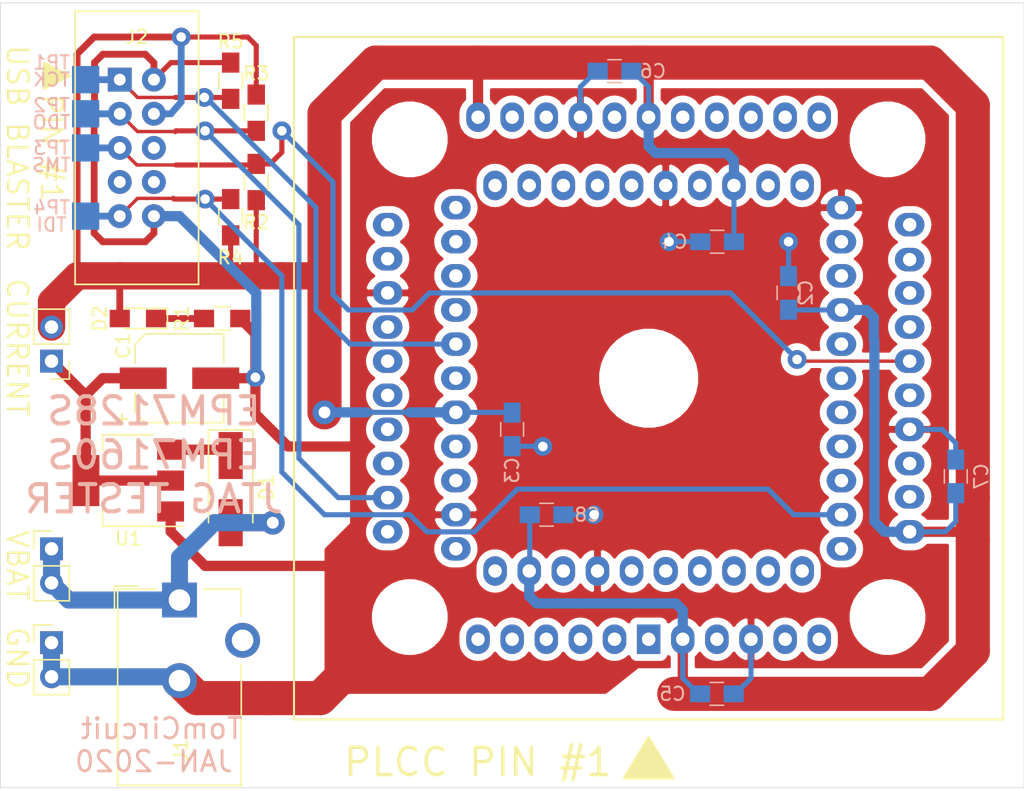
<source format=kicad_pcb>
(kicad_pcb (version 20171130) (host pcbnew "(5.1.4)-1")

  (general
    (thickness 1.6)
    (drawings 11)
    (tracks 221)
    (zones 0)
    (modules 26)
    (nets 11)
  )

  (page A)
  (title_block
    (title "MAX7128S CPLD JTAG Tester")
    (date 2020-01-21)
    (rev 1.0)
    (company TomCircuit)
  )

  (layers
    (0 F.Cu signal)
    (31 B.Cu signal)
    (32 B.Adhes user hide)
    (33 F.Adhes user hide)
    (34 B.Paste user hide)
    (35 F.Paste user hide)
    (36 B.SilkS user hide)
    (37 F.SilkS user)
    (38 B.Mask user hide)
    (39 F.Mask user hide)
    (40 Dwgs.User user hide)
    (41 Cmts.User user hide)
    (42 Eco1.User user hide)
    (43 Eco2.User user hide)
    (44 Edge.Cuts user)
    (45 Margin user)
    (46 B.CrtYd user hide)
    (47 F.CrtYd user hide)
    (48 B.Fab user hide)
    (49 F.Fab user hide)
  )

  (setup
    (last_trace_width 0.25)
    (user_trace_width 0.254)
    (user_trace_width 0.381)
    (user_trace_width 0.508)
    (user_trace_width 0.762)
    (user_trace_width 1.27)
    (user_trace_width 2.032)
    (user_trace_width 2.54)
    (trace_clearance 0.2)
    (zone_clearance 0.508)
    (zone_45_only no)
    (trace_min 0.2)
    (via_size 0.8)
    (via_drill 0.4)
    (via_min_size 0.4)
    (via_min_drill 0.3)
    (user_via 1.397 0.7112)
    (user_via 1.778 0.889)
    (uvia_size 0.3)
    (uvia_drill 0.1)
    (uvias_allowed no)
    (uvia_min_size 0.2)
    (uvia_min_drill 0.1)
    (edge_width 0.05)
    (segment_width 0.2)
    (pcb_text_width 0.3)
    (pcb_text_size 1.5 1.5)
    (mod_edge_width 0.12)
    (mod_text_size 1 1)
    (mod_text_width 0.15)
    (pad_size 1.57 1.57)
    (pad_drill 1.57)
    (pad_to_mask_clearance 0.051)
    (solder_mask_min_width 0.25)
    (aux_axis_origin 0 0)
    (visible_elements 7FFFFFFF)
    (pcbplotparams
      (layerselection 0x010fc_ffffffff)
      (usegerberextensions false)
      (usegerberattributes false)
      (usegerberadvancedattributes false)
      (creategerberjobfile false)
      (excludeedgelayer true)
      (linewidth 0.100000)
      (plotframeref false)
      (viasonmask false)
      (mode 1)
      (useauxorigin false)
      (hpglpennumber 1)
      (hpglpenspeed 20)
      (hpglpendiameter 15.000000)
      (psnegative false)
      (psa4output false)
      (plotreference true)
      (plotvalue true)
      (plotinvisibletext false)
      (padsonsilk false)
      (subtractmaskfromsilk false)
      (outputformat 1)
      (mirror false)
      (drillshape 1)
      (scaleselection 1)
      (outputdirectory ""))
  )

  (net 0 "")
  (net 1 "Net-(C1-Pad1)")
  (net 2 GND)
  (net 3 VCC)
  (net 4 "Net-(D1-Pad1)")
  (net 5 "Net-(D2-Pad1)")
  (net 6 /TCK)
  (net 7 /TDO)
  (net 8 /TMS)
  (net 9 /TDI)
  (net 10 +BATT)

  (net_class Default "This is the default net class."
    (clearance 0.2)
    (trace_width 0.25)
    (via_dia 0.8)
    (via_drill 0.4)
    (uvia_dia 0.3)
    (uvia_drill 0.1)
    (add_net +BATT)
    (add_net /TCK)
    (add_net /TDI)
    (add_net /TDO)
    (add_net /TMS)
    (add_net GND)
    (add_net "Net-(C1-Pad1)")
    (add_net "Net-(D1-Pad1)")
    (add_net "Net-(D2-Pad1)")
    (add_net VCC)
  )

  (module Capacitors_SMD:C_0805_HandSoldering (layer B.Cu) (tedit 58AA84A8) (tstamp 5E260AEB)
    (at 121.92 99.06 180)
    (descr "Capacitor SMD 0805, hand soldering")
    (tags "capacitor 0805")
    (path /5E3204AB)
    (attr smd)
    (fp_text reference C6 (at -2.86 0) (layer B.SilkS)
      (effects (font (size 1 1) (thickness 0.15)) (justify mirror))
    )
    (fp_text value 1u (at 0 -1.5) (layer B.Fab)
      (effects (font (size 1 1) (thickness 0.15)) (justify mirror))
    )
    (fp_text user %R (at 0 1.25) (layer B.Fab)
      (effects (font (size 1 1) (thickness 0.15)) (justify mirror))
    )
    (fp_line (start -1 -0.62) (end -1 0.62) (layer B.Fab) (width 0.1))
    (fp_line (start 1 -0.62) (end -1 -0.62) (layer B.Fab) (width 0.1))
    (fp_line (start 1 0.62) (end 1 -0.62) (layer B.Fab) (width 0.1))
    (fp_line (start -1 0.62) (end 1 0.62) (layer B.Fab) (width 0.1))
    (fp_line (start 0.5 0.85) (end -0.5 0.85) (layer B.SilkS) (width 0.12))
    (fp_line (start -0.5 -0.85) (end 0.5 -0.85) (layer B.SilkS) (width 0.12))
    (fp_line (start -2.25 0.88) (end 2.25 0.88) (layer B.CrtYd) (width 0.05))
    (fp_line (start -2.25 0.88) (end -2.25 -0.87) (layer B.CrtYd) (width 0.05))
    (fp_line (start 2.25 -0.87) (end 2.25 0.88) (layer B.CrtYd) (width 0.05))
    (fp_line (start 2.25 -0.87) (end -2.25 -0.87) (layer B.CrtYd) (width 0.05))
    (pad 1 smd rect (at -1.25 0 180) (size 1.5 1.25) (layers B.Cu B.Paste B.Mask)
      (net 3 VCC))
    (pad 2 smd rect (at 1.25 0 180) (size 1.5 1.25) (layers B.Cu B.Paste B.Mask)
      (net 2 GND))
    (model Capacitors_SMD.3dshapes/C_0805.wrl
      (at (xyz 0 0 0))
      (scale (xyz 1 1 1))
      (rotate (xyz 0 0 0))
    )
  )

  (module Capacitors_SMD:C_0805_HandSoldering (layer B.Cu) (tedit 58AA84A8) (tstamp 5E260AE2)
    (at 114.3 125.73 270)
    (descr "Capacitor SMD 0805, hand soldering")
    (tags "capacitor 0805")
    (path /5E318AEE)
    (attr smd)
    (fp_text reference C3 (at 3.048 0 90) (layer B.SilkS)
      (effects (font (size 1 1) (thickness 0.15)) (justify mirror))
    )
    (fp_text value 100n (at 0 -1.5 90) (layer B.Fab)
      (effects (font (size 1 1) (thickness 0.15)) (justify mirror))
    )
    (fp_text user %R (at 0 1.25 90) (layer B.Fab)
      (effects (font (size 1 1) (thickness 0.15)) (justify mirror))
    )
    (fp_line (start -1 -0.62) (end -1 0.62) (layer B.Fab) (width 0.1))
    (fp_line (start 1 -0.62) (end -1 -0.62) (layer B.Fab) (width 0.1))
    (fp_line (start 1 0.62) (end 1 -0.62) (layer B.Fab) (width 0.1))
    (fp_line (start -1 0.62) (end 1 0.62) (layer B.Fab) (width 0.1))
    (fp_line (start 0.5 0.85) (end -0.5 0.85) (layer B.SilkS) (width 0.12))
    (fp_line (start -0.5 -0.85) (end 0.5 -0.85) (layer B.SilkS) (width 0.12))
    (fp_line (start -2.25 0.88) (end 2.25 0.88) (layer B.CrtYd) (width 0.05))
    (fp_line (start -2.25 0.88) (end -2.25 -0.87) (layer B.CrtYd) (width 0.05))
    (fp_line (start 2.25 -0.87) (end 2.25 0.88) (layer B.CrtYd) (width 0.05))
    (fp_line (start 2.25 -0.87) (end -2.25 -0.87) (layer B.CrtYd) (width 0.05))
    (pad 1 smd rect (at -1.25 0 270) (size 1.5 1.25) (layers B.Cu B.Paste B.Mask)
      (net 3 VCC))
    (pad 2 smd rect (at 1.25 0 270) (size 1.5 1.25) (layers B.Cu B.Paste B.Mask)
      (net 2 GND))
    (model Capacitors_SMD.3dshapes/C_0805.wrl
      (at (xyz 0 0 0))
      (scale (xyz 1 1 1))
      (rotate (xyz 0 0 0))
    )
  )

  (module Capacitors_SMD:C_0805_HandSoldering (layer B.Cu) (tedit 58AA84A8) (tstamp 5E260AE5)
    (at 129.56 111.76 180)
    (descr "Capacitor SMD 0805, hand soldering")
    (tags "capacitor 0805")
    (path /5E31BD03)
    (attr smd)
    (fp_text reference C4 (at 3.175 0) (layer B.SilkS)
      (effects (font (size 1 1) (thickness 0.15)) (justify mirror))
    )
    (fp_text value 100n (at 0 -1.5) (layer B.Fab)
      (effects (font (size 1 1) (thickness 0.15)) (justify mirror))
    )
    (fp_text user %R (at 0 1.25) (layer B.Fab)
      (effects (font (size 1 1) (thickness 0.15)) (justify mirror))
    )
    (fp_line (start -1 -0.62) (end -1 0.62) (layer B.Fab) (width 0.1))
    (fp_line (start 1 -0.62) (end -1 -0.62) (layer B.Fab) (width 0.1))
    (fp_line (start 1 0.62) (end 1 -0.62) (layer B.Fab) (width 0.1))
    (fp_line (start -1 0.62) (end 1 0.62) (layer B.Fab) (width 0.1))
    (fp_line (start 0.5 0.85) (end -0.5 0.85) (layer B.SilkS) (width 0.12))
    (fp_line (start -0.5 -0.85) (end 0.5 -0.85) (layer B.SilkS) (width 0.12))
    (fp_line (start -2.25 0.88) (end 2.25 0.88) (layer B.CrtYd) (width 0.05))
    (fp_line (start -2.25 0.88) (end -2.25 -0.87) (layer B.CrtYd) (width 0.05))
    (fp_line (start 2.25 -0.87) (end 2.25 0.88) (layer B.CrtYd) (width 0.05))
    (fp_line (start 2.25 -0.87) (end -2.25 -0.87) (layer B.CrtYd) (width 0.05))
    (pad 1 smd rect (at -1.25 0 180) (size 1.5 1.25) (layers B.Cu B.Paste B.Mask)
      (net 3 VCC))
    (pad 2 smd rect (at 1.25 0 180) (size 1.5 1.25) (layers B.Cu B.Paste B.Mask)
      (net 2 GND))
    (model Capacitors_SMD.3dshapes/C_0805.wrl
      (at (xyz 0 0 0))
      (scale (xyz 1 1 1))
      (rotate (xyz 0 0 0))
    )
  )

  (module Capacitors_SMD:C_0805_HandSoldering (layer B.Cu) (tedit 58AA84A8) (tstamp 5E2728B0)
    (at 134.874 115.57 90)
    (descr "Capacitor SMD 0805, hand soldering")
    (tags "capacitor 0805")
    (path /5E26E7CA)
    (attr smd)
    (fp_text reference C2 (at 0 1.27 270) (layer B.SilkS)
      (effects (font (size 1 1) (thickness 0.15)) (justify mirror))
    )
    (fp_text value 100n (at 0 -1.5 90) (layer B.Fab)
      (effects (font (size 1 1) (thickness 0.15)) (justify mirror))
    )
    (fp_text user %R (at 0 1.25 90) (layer B.Fab)
      (effects (font (size 1 1) (thickness 0.15)) (justify mirror))
    )
    (fp_line (start -1 -0.62) (end -1 0.62) (layer B.Fab) (width 0.1))
    (fp_line (start 1 -0.62) (end -1 -0.62) (layer B.Fab) (width 0.1))
    (fp_line (start 1 0.62) (end 1 -0.62) (layer B.Fab) (width 0.1))
    (fp_line (start -1 0.62) (end 1 0.62) (layer B.Fab) (width 0.1))
    (fp_line (start 0.5 0.85) (end -0.5 0.85) (layer B.SilkS) (width 0.12))
    (fp_line (start -0.5 -0.85) (end 0.5 -0.85) (layer B.SilkS) (width 0.12))
    (fp_line (start -2.25 0.88) (end 2.25 0.88) (layer B.CrtYd) (width 0.05))
    (fp_line (start -2.25 0.88) (end -2.25 -0.87) (layer B.CrtYd) (width 0.05))
    (fp_line (start 2.25 -0.87) (end 2.25 0.88) (layer B.CrtYd) (width 0.05))
    (fp_line (start 2.25 -0.87) (end -2.25 -0.87) (layer B.CrtYd) (width 0.05))
    (pad 1 smd rect (at -1.25 0 90) (size 1.5 1.25) (layers B.Cu B.Paste B.Mask)
      (net 3 VCC))
    (pad 2 smd rect (at 1.25 0 90) (size 1.5 1.25) (layers B.Cu B.Paste B.Mask)
      (net 2 GND))
    (model Capacitors_SMD.3dshapes/C_0805.wrl
      (at (xyz 0 0 0))
      (scale (xyz 1 1 1))
      (rotate (xyz 0 0 0))
    )
  )

  (module Capacitors_SMD:C_0805_HandSoldering (layer B.Cu) (tedit 58AA84A8) (tstamp 5E28F185)
    (at 147.32 129.225 90)
    (descr "Capacitor SMD 0805, hand soldering")
    (tags "capacitor 0805")
    (path /5E323BAF)
    (attr smd)
    (fp_text reference C7 (at 0 1.905 90) (layer B.SilkS)
      (effects (font (size 1 1) (thickness 0.15)) (justify mirror))
    )
    (fp_text value 1u (at 0 -1.5 90) (layer B.Fab)
      (effects (font (size 1 1) (thickness 0.15)) (justify mirror))
    )
    (fp_text user %R (at 0 1.25 90) (layer B.Fab)
      (effects (font (size 1 1) (thickness 0.15)) (justify mirror))
    )
    (fp_line (start -1 -0.62) (end -1 0.62) (layer B.Fab) (width 0.1))
    (fp_line (start 1 -0.62) (end -1 -0.62) (layer B.Fab) (width 0.1))
    (fp_line (start 1 0.62) (end 1 -0.62) (layer B.Fab) (width 0.1))
    (fp_line (start -1 0.62) (end 1 0.62) (layer B.Fab) (width 0.1))
    (fp_line (start 0.5 0.85) (end -0.5 0.85) (layer B.SilkS) (width 0.12))
    (fp_line (start -0.5 -0.85) (end 0.5 -0.85) (layer B.SilkS) (width 0.12))
    (fp_line (start -2.25 0.88) (end 2.25 0.88) (layer B.CrtYd) (width 0.05))
    (fp_line (start -2.25 0.88) (end -2.25 -0.87) (layer B.CrtYd) (width 0.05))
    (fp_line (start 2.25 -0.87) (end 2.25 0.88) (layer B.CrtYd) (width 0.05))
    (fp_line (start 2.25 -0.87) (end -2.25 -0.87) (layer B.CrtYd) (width 0.05))
    (pad 1 smd rect (at -1.25 0 90) (size 1.5 1.25) (layers B.Cu B.Paste B.Mask)
      (net 3 VCC))
    (pad 2 smd rect (at 1.25 0 90) (size 1.5 1.25) (layers B.Cu B.Paste B.Mask)
      (net 2 GND))
    (model Capacitors_SMD.3dshapes/C_0805.wrl
      (at (xyz 0 0 0))
      (scale (xyz 1 1 1))
      (rotate (xyz 0 0 0))
    )
  )

  (module Capacitors_SMD:C_0805_HandSoldering (layer B.Cu) (tedit 58AA84A8) (tstamp 5E271A92)
    (at 116.86 132.08)
    (descr "Capacitor SMD 0805, hand soldering")
    (tags "capacitor 0805")
    (path /5E2A2766)
    (attr smd)
    (fp_text reference C8 (at 3.048 0) (layer B.SilkS)
      (effects (font (size 1 1) (thickness 0.15)) (justify mirror))
    )
    (fp_text value 1u (at 0 -1.5) (layer B.Fab)
      (effects (font (size 1 1) (thickness 0.15)) (justify mirror))
    )
    (fp_text user %R (at 0 1.25) (layer B.Fab)
      (effects (font (size 1 1) (thickness 0.15)) (justify mirror))
    )
    (fp_line (start -1 -0.62) (end -1 0.62) (layer B.Fab) (width 0.1))
    (fp_line (start 1 -0.62) (end -1 -0.62) (layer B.Fab) (width 0.1))
    (fp_line (start 1 0.62) (end 1 -0.62) (layer B.Fab) (width 0.1))
    (fp_line (start -1 0.62) (end 1 0.62) (layer B.Fab) (width 0.1))
    (fp_line (start 0.5 0.85) (end -0.5 0.85) (layer B.SilkS) (width 0.12))
    (fp_line (start -0.5 -0.85) (end 0.5 -0.85) (layer B.SilkS) (width 0.12))
    (fp_line (start -2.25 0.88) (end 2.25 0.88) (layer B.CrtYd) (width 0.05))
    (fp_line (start -2.25 0.88) (end -2.25 -0.87) (layer B.CrtYd) (width 0.05))
    (fp_line (start 2.25 -0.87) (end 2.25 0.88) (layer B.CrtYd) (width 0.05))
    (fp_line (start 2.25 -0.87) (end -2.25 -0.87) (layer B.CrtYd) (width 0.05))
    (pad 1 smd rect (at -1.25 0) (size 1.5 1.25) (layers B.Cu B.Paste B.Mask)
      (net 3 VCC))
    (pad 2 smd rect (at 1.25 0) (size 1.5 1.25) (layers B.Cu B.Paste B.Mask)
      (net 2 GND))
    (model Capacitors_SMD.3dshapes/C_0805.wrl
      (at (xyz 0 0 0))
      (scale (xyz 1 1 1))
      (rotate (xyz 0 0 0))
    )
  )

  (module Capacitors_SMD:C_0805_HandSoldering (layer B.Cu) (tedit 58AA84A8) (tstamp 5E260AE8)
    (at 129.54 145.415)
    (descr "Capacitor SMD 0805, hand soldering")
    (tags "capacitor 0805")
    (path /5E31BD23)
    (attr smd)
    (fp_text reference C5 (at -3.302 0) (layer B.SilkS)
      (effects (font (size 1 1) (thickness 0.15)) (justify mirror))
    )
    (fp_text value 100n (at 0 -1.5) (layer B.Fab)
      (effects (font (size 1 1) (thickness 0.15)) (justify mirror))
    )
    (fp_text user %R (at 0 1.25) (layer B.Fab)
      (effects (font (size 1 1) (thickness 0.15)) (justify mirror))
    )
    (fp_line (start -1 -0.62) (end -1 0.62) (layer B.Fab) (width 0.1))
    (fp_line (start 1 -0.62) (end -1 -0.62) (layer B.Fab) (width 0.1))
    (fp_line (start 1 0.62) (end 1 -0.62) (layer B.Fab) (width 0.1))
    (fp_line (start -1 0.62) (end 1 0.62) (layer B.Fab) (width 0.1))
    (fp_line (start 0.5 0.85) (end -0.5 0.85) (layer B.SilkS) (width 0.12))
    (fp_line (start -0.5 -0.85) (end 0.5 -0.85) (layer B.SilkS) (width 0.12))
    (fp_line (start -2.25 0.88) (end 2.25 0.88) (layer B.CrtYd) (width 0.05))
    (fp_line (start -2.25 0.88) (end -2.25 -0.87) (layer B.CrtYd) (width 0.05))
    (fp_line (start 2.25 -0.87) (end 2.25 0.88) (layer B.CrtYd) (width 0.05))
    (fp_line (start 2.25 -0.87) (end -2.25 -0.87) (layer B.CrtYd) (width 0.05))
    (pad 1 smd rect (at -1.25 0) (size 1.5 1.25) (layers B.Cu B.Paste B.Mask)
      (net 3 VCC))
    (pad 2 smd rect (at 1.25 0) (size 1.5 1.25) (layers B.Cu B.Paste B.Mask)
      (net 2 GND))
    (model Capacitors_SMD.3dshapes/C_0805.wrl
      (at (xyz 0 0 0))
      (scale (xyz 1 1 1))
      (rotate (xyz 0 0 0))
    )
  )

  (module MAX7128_JTAG_Tester:284-5756-00-1102 (layer F.Cu) (tedit 5E28DA85) (tstamp 5E272A48)
    (at 124.46 121.92 90)
    (descr "3M Textool PLCC84 Test Socket")
    (tags PLCC)
    (path /5E25FB20)
    (fp_text reference U2 (at 0 0) (layer F.SilkS)
      (effects (font (size 1.524 1.524) (thickness 0.1778)))
    )
    (fp_text value EPM7128SLC84-10 (at 0 3.81 90) (layer F.Fab)
      (effects (font (size 1 1) (thickness 0.15)))
    )
    (fp_line (start -25.4 -26.4) (end 25.4 -26.4) (layer F.Fab) (width 0.15))
    (fp_line (start 25.4 -26.4) (end 25.4 26.4) (layer F.Fab) (width 0.15))
    (fp_line (start -25.4 26.4) (end 25.4 26.4) (layer F.Fab) (width 0.15))
    (fp_line (start -25.4 -26.4) (end -25.4 26.4) (layer F.Fab) (width 0.15))
    (fp_line (start -25.4 -19.3) (end -29.2 -19.3) (layer F.Fab) (width 0.15))
    (fp_line (start -29.2 -19.3) (end -29.2 19.3) (layer F.Fab) (width 0.15))
    (fp_line (start -25.4 19.3) (end -29.2 19.3) (layer F.Fab) (width 0.15))
    (fp_text user LATCH (at -27 0 180) (layer F.Fab) hide
      (effects (font (size 1.5 1.5) (thickness 0.15)))
    )
    (fp_text user HINGE (at 23 0) (layer F.Fab)
      (effects (font (size 1.5 1.5) (thickness 0.15)))
    )
    (fp_line (start -25.4 -26.4) (end -25.4 26.4) (layer F.SilkS) (width 0.15))
    (fp_line (start -25.4 26.4) (end 25.4 26.4) (layer F.SilkS) (width 0.15))
    (fp_line (start 25.4 -26.4) (end 25.4 26.4) (layer F.SilkS) (width 0.15))
    (fp_line (start -25.4 -26.4) (end 25.4 -26.4) (layer F.SilkS) (width 0.15))
    (pad "" np_thru_hole circle (at 0 0 90) (size 6.35 6.35) (drill 6.35) (layers *.Cu *.Mask))
    (pad "" np_thru_hole circle (at -17.78 17.78 90) (size 1.57 1.57) (drill 1.57) (layers *.Cu *.Mask)
      (clearance 2.032))
    (pad "" np_thru_hole circle (at 17.78 -17.78 90) (size 1.57 1.57) (drill 1.57) (layers *.Cu *.Mask)
      (clearance 2.032))
    (pad "" np_thru_hole circle (at -17.78 -17.78 90) (size 1.57 1.57) (drill 1.57) (layers *.Cu *.Mask)
      (clearance 2.032))
    (pad "" np_thru_hole circle (at 17.78 17.78 90) (size 1.57 1.57) (drill 1.57) (layers *.Cu *.Mask)
      (clearance 2.032))
    (pad 1 thru_hole rect (at -19.43 0 90) (size 2.2 1.75) (drill 1) (layers *.Cu *.Mask))
    (pad 2 thru_hole oval (at -14.35 1.27 90) (size 2.1 1.8) (drill 1) (layers *.Cu *.Mask))
    (pad 3 thru_hole oval (at -19.43 2.54 90) (size 2.2 1.75) (drill 1) (layers *.Cu *.Mask)
      (net 3 VCC))
    (pad 4 thru_hole oval (at -14.35 3.81 90) (size 2.2 1.75) (drill 1) (layers *.Cu *.Mask))
    (pad 5 thru_hole oval (at -19.43 5.08 90) (size 2.2 1.75) (drill 1) (layers *.Cu *.Mask))
    (pad 6 thru_hole oval (at -14.35 6.35 90) (size 2.2 1.75) (drill 1) (layers *.Cu *.Mask))
    (pad 7 thru_hole oval (at -19.43 7.62 90) (size 2.2 1.75) (drill 1) (layers *.Cu *.Mask)
      (net 2 GND))
    (pad 8 thru_hole oval (at -14.35 8.89 90) (size 2.2 1.75) (drill 1) (layers *.Cu *.Mask))
    (pad 9 thru_hole oval (at -19.43 10.16 90) (size 2.2 1.75) (drill 1) (layers *.Cu *.Mask))
    (pad 10 thru_hole oval (at -14.35 11.43 90) (size 2.2 1.75) (drill 1) (layers *.Cu *.Mask))
    (pad 11 thru_hole oval (at -19.43 12.7 90) (size 2.2 1.75) (drill 1) (layers *.Cu *.Mask))
    (pad 12 thru_hole oval (at -12.7 14.35 90) (size 1.75 2.2) (drill 1) (layers *.Cu *.Mask))
    (pad 13 thru_hole oval (at -11.43 19.43 90) (size 1.75 2.2) (drill 1) (layers *.Cu *.Mask)
      (net 3 VCC))
    (pad 14 thru_hole oval (at -10.16 14.35 90) (size 1.75 2.2) (drill 1) (layers *.Cu *.Mask)
      (net 9 /TDI))
    (pad 15 thru_hole oval (at -8.83 19.43 90) (size 1.75 2.2) (drill 1) (layers *.Cu *.Mask))
    (pad 16 thru_hole oval (at -7.62 14.35 90) (size 1.75 2.2) (drill 1) (layers *.Cu *.Mask))
    (pad 17 thru_hole oval (at -6.35 19.43 90) (size 1.75 2.2) (drill 1) (layers *.Cu *.Mask))
    (pad 18 thru_hole oval (at -5.08 14.35 90) (size 1.75 2.2) (drill 1) (layers *.Cu *.Mask))
    (pad 19 thru_hole oval (at -3.81 19.43 90) (size 1.75 2.2) (drill 1) (layers *.Cu *.Mask)
      (net 2 GND))
    (pad 20 thru_hole oval (at -2.54 14.35 90) (size 1.75 2.2) (drill 1) (layers *.Cu *.Mask))
    (pad 21 thru_hole oval (at -1.27 19.43 90) (size 1.75 2.2) (drill 1) (layers *.Cu *.Mask))
    (pad 22 thru_hole oval (at 0 14.35 90) (size 1.75 2.2) (drill 1) (layers *.Cu *.Mask))
    (pad 23 thru_hole oval (at 1.27 19.43 90) (size 1.75 2.2) (drill 1) (layers *.Cu *.Mask)
      (net 8 /TMS))
    (pad 24 thru_hole oval (at 2.54 14.35 90) (size 1.75 2.2) (drill 1) (layers *.Cu *.Mask))
    (pad 25 thru_hole oval (at 3.81 19.43 90) (size 1.75 2.2) (drill 1) (layers *.Cu *.Mask))
    (pad 26 thru_hole oval (at 5.08 14.35 90) (size 1.75 2.2) (drill 1) (layers *.Cu *.Mask)
      (net 3 VCC))
    (pad 27 thru_hole oval (at 6.35 19.43 90) (size 1.75 2.2) (drill 1) (layers *.Cu *.Mask))
    (pad 28 thru_hole oval (at 7.62 14.35 90) (size 1.75 2.2) (drill 1) (layers *.Cu *.Mask))
    (pad 29 thru_hole oval (at 8.83 19.43 90) (size 1.75 2.2) (drill 1) (layers *.Cu *.Mask))
    (pad 30 thru_hole oval (at 10.16 14.35 90) (size 1.75 2.2) (drill 1) (layers *.Cu *.Mask))
    (pad 31 thru_hole oval (at 11.43 19.43 90) (size 1.75 2.2) (drill 1) (layers *.Cu *.Mask))
    (pad 32 thru_hole oval (at 12.7 14.35 90) (size 1.75 2.2) (drill 1) (layers *.Cu *.Mask)
      (net 2 GND))
    (pad 33 thru_hole oval (at 19.43 12.7 90) (size 2.2 1.75) (drill 1) (layers *.Cu *.Mask))
    (pad 34 thru_hole oval (at 14.35 11.43 90) (size 2.2 1.75) (drill 1) (layers *.Cu *.Mask))
    (pad 35 thru_hole oval (at 19.43 10.16 90) (size 2.2 1.75) (drill 1) (layers *.Cu *.Mask))
    (pad 36 thru_hole oval (at 14.35 8.89 90) (size 2.2 1.75) (drill 1) (layers *.Cu *.Mask))
    (pad 37 thru_hole oval (at 19.43 7.62 90) (size 2.2 1.75) (drill 1) (layers *.Cu *.Mask))
    (pad 38 thru_hole oval (at 14.35 6.35 90) (size 2.2 1.75) (drill 1) (layers *.Cu *.Mask)
      (net 3 VCC))
    (pad 39 thru_hole oval (at 19.43 5.08 90) (size 2.2 1.75) (drill 1) (layers *.Cu *.Mask))
    (pad 40 thru_hole oval (at 14.35 3.81 90) (size 2.2 1.75) (drill 1) (layers *.Cu *.Mask))
    (pad 41 thru_hole oval (at 19.43 2.54 90) (size 2.2 1.75) (drill 1) (layers *.Cu *.Mask))
    (pad 42 thru_hole oval (at 14.35 1.27 90) (size 2.2 1.75) (drill 1) (layers *.Cu *.Mask)
      (net 2 GND))
    (pad 43 thru_hole oval (at 19.43 0 90) (size 2.2 1.75) (drill 1) (layers *.Cu *.Mask)
      (net 3 VCC))
    (pad 44 thru_hole oval (at 14.35 -1.27 90) (size 2.2 1.75) (drill 1) (layers *.Cu *.Mask))
    (pad 45 thru_hole oval (at 19.43 -2.54 90) (size 2.2 1.75) (drill 1) (layers *.Cu *.Mask))
    (pad 46 thru_hole oval (at 14.35 -3.81 90) (size 2.2 1.75) (drill 1) (layers *.Cu *.Mask))
    (pad 47 thru_hole oval (at 19.43 -5.08 90) (size 2.2 1.75) (drill 1) (layers *.Cu *.Mask)
      (net 2 GND))
    (pad 48 thru_hole oval (at 14.35 -6.35 90) (size 2.2 1.75) (drill 1) (layers *.Cu *.Mask))
    (pad 49 thru_hole oval (at 19.43 -7.62 90) (size 2.2 1.75) (drill 1) (layers *.Cu *.Mask))
    (pad 50 thru_hole oval (at 14.35 -8.89 90) (size 2.2 1.75) (drill 1) (layers *.Cu *.Mask))
    (pad 51 thru_hole oval (at 19.43 -10.16 90) (size 2.2 1.75) (drill 1) (layers *.Cu *.Mask))
    (pad 52 thru_hole oval (at 14.35 -11.43 90) (size 2.2 1.75) (drill 1) (layers *.Cu *.Mask))
    (pad 53 thru_hole oval (at 19.43 -12.7 90) (size 2.2 1.75) (drill 1) (layers *.Cu *.Mask)
      (net 3 VCC))
    (pad 54 thru_hole oval (at 12.7 -14.35 90) (size 1.75 2.2) (drill 1) (layers *.Cu *.Mask))
    (pad 55 thru_hole oval (at 11.43 -19.43 90) (size 1.75 2.2) (drill 1) (layers *.Cu *.Mask))
    (pad 56 thru_hole oval (at 10.16 -14.35 90) (size 1.75 2.2) (drill 1) (layers *.Cu *.Mask))
    (pad 57 thru_hole oval (at 8.89 -19.43 90) (size 1.75 2.2) (drill 1) (layers *.Cu *.Mask))
    (pad 58 thru_hole oval (at 7.62 -14.35 90) (size 1.75 2.2) (drill 1) (layers *.Cu *.Mask))
    (pad 59 thru_hole oval (at 6.35 -19.43 90) (size 1.75 2.2) (drill 1) (layers *.Cu *.Mask)
      (net 2 GND))
    (pad 60 thru_hole oval (at 5.08 -14.35 90) (size 1.75 2.2) (drill 1) (layers *.Cu *.Mask))
    (pad 61 thru_hole oval (at 3.81 -19.43 90) (size 1.75 2.2) (drill 1) (layers *.Cu *.Mask))
    (pad 62 thru_hole oval (at 2.54 -14.35 90) (size 1.75 2.2) (drill 1) (layers *.Cu *.Mask)
      (net 6 /TCK))
    (pad 63 thru_hole oval (at 1.27 -19.43 90) (size 1.75 2.2) (drill 1) (layers *.Cu *.Mask))
    (pad 64 thru_hole oval (at 0 -14.35 90) (size 1.75 2.2) (drill 1) (layers *.Cu *.Mask))
    (pad 65 thru_hole oval (at -1.27 -19.43 90) (size 1.75 2.2) (drill 1) (layers *.Cu *.Mask))
    (pad 66 thru_hole oval (at -2.54 -14.35 90) (size 1.75 2.2) (drill 1) (layers *.Cu *.Mask)
      (net 3 VCC))
    (pad 67 thru_hole oval (at -3.81 -19.43 90) (size 1.75 2.2) (drill 1) (layers *.Cu *.Mask))
    (pad 68 thru_hole oval (at -5.08 -14.35 90) (size 1.75 2.2) (drill 1) (layers *.Cu *.Mask))
    (pad 69 thru_hole oval (at -6.35 -19.43 90) (size 1.75 2.2) (drill 1) (layers *.Cu *.Mask))
    (pad 70 thru_hole oval (at -7.62 -14.35 90) (size 1.75 2.2) (drill 1) (layers *.Cu *.Mask))
    (pad 71 thru_hole oval (at -8.89 -19.43 90) (size 1.75 2.2) (drill 1) (layers *.Cu *.Mask)
      (net 7 /TDO))
    (pad 72 thru_hole oval (at -10.16 -14.35 90) (size 1.75 2.2) (drill 1) (layers *.Cu *.Mask)
      (net 2 GND))
    (pad 73 thru_hole oval (at -11.43 -19.43 90) (size 1.75 2.2) (drill 1) (layers *.Cu *.Mask))
    (pad 74 thru_hole oval (at -12.7 -14.35 90) (size 1.75 2.2) (drill 1) (layers *.Cu *.Mask))
    (pad 75 thru_hole oval (at -19.43 -12.7 90) (size 2.2 1.75) (drill 1) (layers *.Cu *.Mask))
    (pad 76 thru_hole oval (at -14.35 -11.43 90) (size 2.2 1.75) (drill 1) (layers *.Cu *.Mask))
    (pad 77 thru_hole oval (at -19.43 -10.16 90) (size 2.2 1.75) (drill 1) (layers *.Cu *.Mask))
    (pad 78 thru_hole oval (at -14.35 -8.89 90) (size 2.2 1.75) (drill 1) (layers *.Cu *.Mask)
      (net 3 VCC))
    (pad 79 thru_hole oval (at -19.43 -7.62 90) (size 2.2 1.75) (drill 1) (layers *.Cu *.Mask))
    (pad 80 thru_hole oval (at -14.35 -6.35 90) (size 2.2 1.75) (drill 1) (layers *.Cu *.Mask))
    (pad 81 thru_hole oval (at -19.43 -5.08 90) (size 2.2 1.75) (drill 1) (layers *.Cu *.Mask))
    (pad 82 thru_hole oval (at -14.35 -3.81 90) (size 2.2 1.75) (drill 1) (layers *.Cu *.Mask)
      (net 2 GND))
    (pad 83 thru_hole oval (at -19.43 -2.54 90) (size 2.2 1.75) (drill 1) (layers *.Cu *.Mask))
    (pad 84 thru_hole oval (at -14.35 -1.27 90) (size 2.2 1.75) (drill 1) (layers *.Cu *.Mask))
    (model Sockets.3dshapes/PLCC84.wrl
      (at (xyz 0 0 0))
      (scale (xyz 1 1 1))
      (rotate (xyz 0 0 0))
    )
  )

  (module Pin_Headers:Pin_Header_Straight_1x02_Pitch2.54mm (layer F.Cu) (tedit 59650532) (tstamp 5E28E432)
    (at 80.01 134.62)
    (descr "Through hole straight pin header, 1x02, 2.54mm pitch, single row")
    (tags "Through hole pin header THT 1x02 2.54mm single row")
    (path /5E292024)
    (fp_text reference TP6 (at 0 -2.33) (layer F.SilkS) hide
      (effects (font (size 1 1) (thickness 0.15)))
    )
    (fp_text value VBAT (at -2.54 1.27 270 unlocked) (layer F.SilkS)
      (effects (font (size 1.524 1.524) (thickness 0.1778)))
    )
    (fp_line (start -0.635 -1.27) (end 1.27 -1.27) (layer F.Fab) (width 0.1))
    (fp_line (start 1.27 -1.27) (end 1.27 3.81) (layer F.Fab) (width 0.1))
    (fp_line (start 1.27 3.81) (end -1.27 3.81) (layer F.Fab) (width 0.1))
    (fp_line (start -1.27 3.81) (end -1.27 -0.635) (layer F.Fab) (width 0.1))
    (fp_line (start -1.27 -0.635) (end -0.635 -1.27) (layer F.Fab) (width 0.1))
    (fp_line (start -1.33 3.87) (end 1.33 3.87) (layer F.SilkS) (width 0.12))
    (fp_line (start -1.33 1.27) (end -1.33 3.87) (layer F.SilkS) (width 0.12))
    (fp_line (start 1.33 1.27) (end 1.33 3.87) (layer F.SilkS) (width 0.12))
    (fp_line (start -1.33 1.27) (end 1.33 1.27) (layer F.SilkS) (width 0.12))
    (fp_line (start -1.33 0) (end -1.33 -1.33) (layer F.SilkS) (width 0.12))
    (fp_line (start -1.33 -1.33) (end 0 -1.33) (layer F.SilkS) (width 0.12))
    (fp_line (start -1.8 -1.8) (end -1.8 4.35) (layer F.CrtYd) (width 0.05))
    (fp_line (start -1.8 4.35) (end 1.8 4.35) (layer F.CrtYd) (width 0.05))
    (fp_line (start 1.8 4.35) (end 1.8 -1.8) (layer F.CrtYd) (width 0.05))
    (fp_line (start 1.8 -1.8) (end -1.8 -1.8) (layer F.CrtYd) (width 0.05))
    (fp_text user %R (at 0 1.27 90) (layer F.Fab)
      (effects (font (size 1 1) (thickness 0.15)))
    )
    (pad 1 thru_hole rect (at 0 0) (size 1.7 1.7) (drill 1) (layers *.Cu *.Mask)
      (net 10 +BATT))
    (pad 2 thru_hole oval (at 0 2.54) (size 1.7 1.7) (drill 1) (layers *.Cu *.Mask)
      (net 10 +BATT))
    (model ${KISYS3DMOD}/Pin_Headers.3dshapes/Pin_Header_Straight_1x02_Pitch2.54mm.wrl
      (at (xyz 0 0 0))
      (scale (xyz 1 1 1))
      (rotate (xyz 0 0 0))
    )
  )

  (module MAX7128_JTAG_Tester:TE_2-1761606-3 (layer F.Cu) (tedit 5E28B9CD) (tstamp 5E28CD7B)
    (at 85.09 99.695 270)
    (path /5E267D45)
    (fp_text reference J2 (at -3.175 -1.27 180) (layer F.SilkS)
      (effects (font (size 1 1) (thickness 0.15)))
    )
    (fp_text value JTAG (at 1.27 -2.54 270) (layer F.SilkS) hide
      (effects (font (size 1.016 1.016) (thickness 0.1524)))
    )
    (fp_circle (center -5.73 0) (end -5.63 0) (layer F.Fab) (width 0.2))
    (fp_line (start 15.49 3.575) (end -5.33 3.575) (layer F.CrtYd) (width 0.05))
    (fp_line (start 15.49 -6.115) (end 15.49 3.575) (layer F.CrtYd) (width 0.05))
    (fp_line (start -5.33 -6.115) (end 15.49 -6.115) (layer F.CrtYd) (width 0.05))
    (fp_line (start -5.33 3.575) (end -5.33 -6.115) (layer F.CrtYd) (width 0.05))
    (fp_line (start 15.24 3.325) (end -5.08 3.325) (layer F.SilkS) (width 0.127))
    (fp_line (start 15.24 -5.865) (end -5.08 -5.865) (layer F.SilkS) (width 0.127))
    (fp_line (start 15.24 -5.865) (end 15.24 3.325) (layer F.SilkS) (width 0.127))
    (fp_line (start -5.08 3.325) (end -5.08 -5.865) (layer F.SilkS) (width 0.127))
    (fp_line (start 15.24 -5.865) (end 15.24 3.325) (layer F.Fab) (width 0.127))
    (fp_line (start -5.08 -5.865) (end 15.24 -5.865) (layer F.Fab) (width 0.127))
    (fp_line (start -5.08 3.325) (end -5.08 -5.865) (layer F.Fab) (width 0.127))
    (fp_line (start 15.24 3.325) (end -5.08 3.325) (layer F.Fab) (width 0.127))
    (fp_line (start 15.24 -5.865) (end 15.24 3.325) (layer F.Fab) (width 0.127))
    (fp_line (start -5.08 -5.865) (end 15.24 -5.865) (layer F.Fab) (width 0.127))
    (fp_line (start -5.08 3.325) (end -5.08 -5.865) (layer F.Fab) (width 0.127))
    (fp_text user %R (at 1.27 5.08) (layer F.Fab)
      (effects (font (size 1 1) (thickness 0.15)))
    )
    (pad 10 thru_hole circle (at 10.16 -2.54 270) (size 1.778 1.778) (drill 0.89) (layers *.Cu *.Mask)
      (net 2 GND))
    (pad 9 thru_hole circle (at 10.16 0 270) (size 1.778 1.778) (drill 0.89) (layers *.Cu *.Mask)
      (net 9 /TDI))
    (pad 8 thru_hole circle (at 7.62 -2.54 270) (size 1.778 1.778) (drill 0.89) (layers *.Cu *.Mask))
    (pad 7 thru_hole circle (at 7.62 0 270) (size 1.778 1.778) (drill 0.89) (layers *.Cu *.Mask))
    (pad 6 thru_hole circle (at 5.08 -2.54 270) (size 1.778 1.778) (drill 0.89) (layers *.Cu *.Mask))
    (pad 5 thru_hole circle (at 5.08 0 270) (size 1.778 1.778) (drill 0.89) (layers *.Cu *.Mask)
      (net 8 /TMS))
    (pad 4 thru_hole circle (at 2.54 -2.54 270) (size 1.778 1.778) (drill 0.89) (layers *.Cu *.Mask)
      (net 3 VCC))
    (pad 3 thru_hole circle (at 2.54 0 270) (size 1.778 1.778) (drill 0.89) (layers *.Cu *.Mask)
      (net 7 /TDO))
    (pad 2 thru_hole circle (at 0 -2.54 270) (size 1.778 1.778) (drill 0.89) (layers *.Cu *.Mask)
      (net 2 GND))
    (pad 1 thru_hole rect (at 0 0 270) (size 1.778 1.778) (drill 0.89) (layers *.Cu *.Mask)
      (net 6 /TCK))
  )

  (module Pin_Headers:Pin_Header_Straight_1x02_Pitch2.54mm (layer F.Cu) (tedit 59650532) (tstamp 5E28E613)
    (at 80.01 141.605)
    (descr "Through hole straight pin header, 1x02, 2.54mm pitch, single row")
    (tags "Through hole pin header THT 1x02 2.54mm single row")
    (path /5E2B57CE)
    (fp_text reference TP5 (at 0 5.08) (layer F.SilkS) hide
      (effects (font (size 1 1) (thickness 0.15)))
    )
    (fp_text value GND (at -2.54 1.143 270 unlocked) (layer F.SilkS)
      (effects (font (size 1.524 1.524) (thickness 0.1778)))
    )
    (fp_line (start -0.635 -1.27) (end 1.27 -1.27) (layer F.Fab) (width 0.1))
    (fp_line (start 1.27 -1.27) (end 1.27 3.81) (layer F.Fab) (width 0.1))
    (fp_line (start 1.27 3.81) (end -1.27 3.81) (layer F.Fab) (width 0.1))
    (fp_line (start -1.27 3.81) (end -1.27 -0.635) (layer F.Fab) (width 0.1))
    (fp_line (start -1.27 -0.635) (end -0.635 -1.27) (layer F.Fab) (width 0.1))
    (fp_line (start -1.33 3.87) (end 1.33 3.87) (layer F.SilkS) (width 0.12))
    (fp_line (start -1.33 1.27) (end -1.33 3.87) (layer F.SilkS) (width 0.12))
    (fp_line (start 1.33 1.27) (end 1.33 3.87) (layer F.SilkS) (width 0.12))
    (fp_line (start -1.33 1.27) (end 1.33 1.27) (layer F.SilkS) (width 0.12))
    (fp_line (start -1.33 0) (end -1.33 -1.33) (layer F.SilkS) (width 0.12))
    (fp_line (start -1.33 -1.33) (end 0 -1.33) (layer F.SilkS) (width 0.12))
    (fp_line (start -1.8 -1.8) (end -1.8 4.35) (layer F.CrtYd) (width 0.05))
    (fp_line (start -1.8 4.35) (end 1.8 4.35) (layer F.CrtYd) (width 0.05))
    (fp_line (start 1.8 4.35) (end 1.8 -1.8) (layer F.CrtYd) (width 0.05))
    (fp_line (start 1.8 -1.8) (end -1.8 -1.8) (layer F.CrtYd) (width 0.05))
    (fp_text user %R (at 0 1.27 90) (layer F.Fab)
      (effects (font (size 1 1) (thickness 0.15)))
    )
    (pad 1 thru_hole rect (at 0 0) (size 1.7 1.7) (drill 1) (layers *.Cu *.Mask)
      (net 2 GND))
    (pad 2 thru_hole oval (at 0 2.54) (size 1.7 1.7) (drill 1) (layers *.Cu *.Mask)
      (net 2 GND))
    (model ${KISYS3DMOD}/Pin_Headers.3dshapes/Pin_Header_Straight_1x02_Pitch2.54mm.wrl
      (at (xyz 0 0 0))
      (scale (xyz 1 1 1))
      (rotate (xyz 0 0 0))
    )
  )

  (module Measurement_Points:Measurement_Point_Square-SMD-Pad_Big (layer B.Cu) (tedit 5E28B73C) (tstamp 5E271D9F)
    (at 82.55 109.855)
    (descr "Mesurement Point, Square, SMD Pad,  3mm x 3mm,")
    (tags "Mesurement Point Square SMD Pad 3x3mm")
    (path /5E2C343D)
    (attr virtual)
    (fp_text reference TP4 (at -2.54 -0.635) (layer B.SilkS)
      (effects (font (size 1 1) (thickness 0.15)) (justify mirror))
    )
    (fp_text value TDI (at -2.54 0.635) (layer B.SilkS)
      (effects (font (size 1 1) (thickness 0.15)) (justify mirror))
    )
    (fp_line (start -1.75 1.75) (end 1.75 1.75) (layer B.CrtYd) (width 0.05))
    (fp_line (start 1.75 1.75) (end 1.75 -1.75) (layer B.CrtYd) (width 0.05))
    (fp_line (start 1.75 -1.75) (end -1.75 -1.75) (layer B.CrtYd) (width 0.05))
    (fp_line (start -1.75 -1.75) (end -1.75 1.75) (layer B.CrtYd) (width 0.05))
    (pad 1 smd rect (at 0 0) (size 2.032 2.032) (layers B.Cu B.Mask)
      (net 9 /TDI))
  )

  (module Measurement_Points:Measurement_Point_Square-SMD-Pad_Big (layer B.Cu) (tedit 5E28B737) (tstamp 5E2716D1)
    (at 82.55 104.775)
    (descr "Mesurement Point, Square, SMD Pad,  3mm x 3mm,")
    (tags "Mesurement Point Square SMD Pad 3x3mm")
    (path /5E2BF3FD)
    (attr virtual)
    (fp_text reference TP3 (at -2.54 0) (layer B.SilkS)
      (effects (font (size 1 1) (thickness 0.15)) (justify mirror))
    )
    (fp_text value TMS (at -2.54 1.27) (layer B.SilkS)
      (effects (font (size 1 1) (thickness 0.15)) (justify mirror))
    )
    (fp_line (start -1.75 1.75) (end 1.75 1.75) (layer B.CrtYd) (width 0.05))
    (fp_line (start 1.75 1.75) (end 1.75 -1.75) (layer B.CrtYd) (width 0.05))
    (fp_line (start 1.75 -1.75) (end -1.75 -1.75) (layer B.CrtYd) (width 0.05))
    (fp_line (start -1.75 -1.75) (end -1.75 1.75) (layer B.CrtYd) (width 0.05))
    (pad 1 smd rect (at 0 0) (size 2.032 2.032) (layers B.Cu B.Mask)
      (net 8 /TMS))
  )

  (module Measurement_Points:Measurement_Point_Square-SMD-Pad_Big (layer B.Cu) (tedit 5E28B730) (tstamp 5E2716CE)
    (at 82.55 102.235)
    (descr "Mesurement Point, Square, SMD Pad,  3mm x 3mm,")
    (tags "Mesurement Point Square SMD Pad 3x3mm")
    (path /5E2BF126)
    (attr virtual)
    (fp_text reference TP2 (at -2.54 -0.635) (layer B.SilkS)
      (effects (font (size 1 1) (thickness 0.15)) (justify mirror))
    )
    (fp_text value TDO (at -2.54 0.635) (layer B.SilkS)
      (effects (font (size 1 1) (thickness 0.15)) (justify mirror))
    )
    (fp_line (start -1.75 1.75) (end 1.75 1.75) (layer B.CrtYd) (width 0.05))
    (fp_line (start 1.75 1.75) (end 1.75 -1.75) (layer B.CrtYd) (width 0.05))
    (fp_line (start 1.75 -1.75) (end -1.75 -1.75) (layer B.CrtYd) (width 0.05))
    (fp_line (start -1.75 -1.75) (end -1.75 1.75) (layer B.CrtYd) (width 0.05))
    (pad 1 smd rect (at 0 0) (size 2.032 2.032) (layers B.Cu B.Mask)
      (net 7 /TDO))
  )

  (module Measurement_Points:Measurement_Point_Square-SMD-Pad_Big (layer B.Cu) (tedit 5E28B727) (tstamp 5E272DD8)
    (at 82.55 99.695)
    (descr "Mesurement Point, Square, SMD Pad,  3mm x 3mm,")
    (tags "Mesurement Point Square SMD Pad 3x3mm")
    (path /5E2BE5B3)
    (attr virtual)
    (fp_text reference TP1 (at -2.54 -1.27) (layer B.SilkS)
      (effects (font (size 1 1) (thickness 0.15)) (justify mirror))
    )
    (fp_text value TCK (at -2.54 0) (layer B.SilkS)
      (effects (font (size 1 1) (thickness 0.15)) (justify mirror))
    )
    (fp_line (start -1.75 1.75) (end 1.75 1.75) (layer B.CrtYd) (width 0.05))
    (fp_line (start 1.75 1.75) (end 1.75 -1.75) (layer B.CrtYd) (width 0.05))
    (fp_line (start 1.75 -1.75) (end -1.75 -1.75) (layer B.CrtYd) (width 0.05))
    (fp_line (start -1.75 -1.75) (end -1.75 1.75) (layer B.CrtYd) (width 0.05))
    (pad 1 smd rect (at 0 0) (size 2.032 2.032) (layers B.Cu B.Mask)
      (net 6 /TCK))
  )

  (module TO_SOT_Packages_SMD:SOT-223-3_TabPin2 (layer F.Cu) (tedit 58CE4E7E) (tstamp 5E2671EA)
    (at 85.725 129.54 180)
    (descr "module CMS SOT223 4 pins")
    (tags "CMS SOT")
    (path /5E2C5284)
    (attr smd)
    (fp_text reference U1 (at 0 -4.318 180) (layer F.SilkS)
      (effects (font (size 1 1) (thickness 0.15)))
    )
    (fp_text value AP1117-50 (at 0.914 0.24 270) (layer F.Fab)
      (effects (font (size 1 1) (thickness 0.15)))
    )
    (fp_text user %R (at -0.61 0 90) (layer F.Fab)
      (effects (font (size 0.8 0.8) (thickness 0.12)))
    )
    (fp_line (start 1.91 3.41) (end 1.91 2.15) (layer F.SilkS) (width 0.12))
    (fp_line (start 1.91 -3.41) (end 1.91 -2.15) (layer F.SilkS) (width 0.12))
    (fp_line (start 4.4 -3.6) (end -4.4 -3.6) (layer F.CrtYd) (width 0.05))
    (fp_line (start 4.4 3.6) (end 4.4 -3.6) (layer F.CrtYd) (width 0.05))
    (fp_line (start -4.4 3.6) (end 4.4 3.6) (layer F.CrtYd) (width 0.05))
    (fp_line (start -4.4 -3.6) (end -4.4 3.6) (layer F.CrtYd) (width 0.05))
    (fp_line (start -1.85 -2.35) (end -0.85 -3.35) (layer F.Fab) (width 0.1))
    (fp_line (start -1.85 -2.35) (end -1.85 3.35) (layer F.Fab) (width 0.1))
    (fp_line (start -1.85 3.41) (end 1.91 3.41) (layer F.SilkS) (width 0.12))
    (fp_line (start -0.85 -3.35) (end 1.85 -3.35) (layer F.Fab) (width 0.1))
    (fp_line (start -4.1 -3.41) (end 1.91 -3.41) (layer F.SilkS) (width 0.12))
    (fp_line (start -1.85 3.35) (end 1.85 3.35) (layer F.Fab) (width 0.1))
    (fp_line (start 1.85 -3.35) (end 1.85 3.35) (layer F.Fab) (width 0.1))
    (pad 2 smd rect (at 3.15 0 180) (size 2 3.8) (layers F.Cu F.Paste F.Mask)
      (net 1 "Net-(C1-Pad1)"))
    (pad 2 smd rect (at -3.15 0 180) (size 2 1.5) (layers F.Cu F.Paste F.Mask)
      (net 1 "Net-(C1-Pad1)"))
    (pad 3 smd rect (at -3.15 2.3 180) (size 2 1.5) (layers F.Cu F.Paste F.Mask)
      (net 4 "Net-(D1-Pad1)"))
    (pad 1 smd rect (at -3.15 -2.3 180) (size 2 1.5) (layers F.Cu F.Paste F.Mask)
      (net 2 GND))
    (model ${KISYS3DMOD}/TO_SOT_Packages_SMD.3dshapes/SOT-223.wrl
      (at (xyz 0 0 0))
      (scale (xyz 1 1 1))
      (rotate (xyz 0 0 0))
    )
  )

  (module Resistors_SMD:R_0805_HandSoldering (layer F.Cu) (tedit 58E0A804) (tstamp 5E2915A4)
    (at 93.345 99.775 90)
    (descr "Resistor SMD 0805, hand soldering")
    (tags "resistor 0805")
    (path /5E26AB0E)
    (attr smd)
    (fp_text reference R5 (at 2.921 0) (layer F.SilkS)
      (effects (font (size 1 1) (thickness 0.15)))
    )
    (fp_text value 1K (at 0 1.75 90) (layer F.Fab)
      (effects (font (size 1 1) (thickness 0.15)))
    )
    (fp_text user %R (at 0 0 90) (layer F.Fab)
      (effects (font (size 0.5 0.5) (thickness 0.075)))
    )
    (fp_line (start -1 0.62) (end -1 -0.62) (layer F.Fab) (width 0.1))
    (fp_line (start 1 0.62) (end -1 0.62) (layer F.Fab) (width 0.1))
    (fp_line (start 1 -0.62) (end 1 0.62) (layer F.Fab) (width 0.1))
    (fp_line (start -1 -0.62) (end 1 -0.62) (layer F.Fab) (width 0.1))
    (fp_line (start 0.6 0.88) (end -0.6 0.88) (layer F.SilkS) (width 0.12))
    (fp_line (start -0.6 -0.88) (end 0.6 -0.88) (layer F.SilkS) (width 0.12))
    (fp_line (start -2.35 -0.9) (end 2.35 -0.9) (layer F.CrtYd) (width 0.05))
    (fp_line (start -2.35 -0.9) (end -2.35 0.9) (layer F.CrtYd) (width 0.05))
    (fp_line (start 2.35 0.9) (end 2.35 -0.9) (layer F.CrtYd) (width 0.05))
    (fp_line (start 2.35 0.9) (end -2.35 0.9) (layer F.CrtYd) (width 0.05))
    (pad 1 smd rect (at -1.35 0 90) (size 1.5 1.3) (layers F.Cu F.Paste F.Mask)
      (net 6 /TCK))
    (pad 2 smd rect (at 1.35 0 90) (size 1.5 1.3) (layers F.Cu F.Paste F.Mask)
      (net 2 GND))
    (model ${KISYS3DMOD}/Resistors_SMD.3dshapes/R_0805.wrl
      (at (xyz 0 0 0))
      (scale (xyz 1 1 1))
      (rotate (xyz 0 0 0))
    )
  )

  (module Resistors_SMD:R_0805_HandSoldering (layer F.Cu) (tedit 58E0A804) (tstamp 5E291361)
    (at 93.345 109.935 90)
    (descr "Resistor SMD 0805, hand soldering")
    (tags "resistor 0805")
    (path /5E270868)
    (attr smd)
    (fp_text reference R4 (at -3.001 0 180) (layer F.SilkS)
      (effects (font (size 1 1) (thickness 0.15)))
    )
    (fp_text value 1K (at 0 1.75 90) (layer F.Fab)
      (effects (font (size 1 1) (thickness 0.15)))
    )
    (fp_text user %R (at 0 0 270) (layer F.Fab)
      (effects (font (size 0.5 0.5) (thickness 0.075)))
    )
    (fp_line (start -1 0.62) (end -1 -0.62) (layer F.Fab) (width 0.1))
    (fp_line (start 1 0.62) (end -1 0.62) (layer F.Fab) (width 0.1))
    (fp_line (start 1 -0.62) (end 1 0.62) (layer F.Fab) (width 0.1))
    (fp_line (start -1 -0.62) (end 1 -0.62) (layer F.Fab) (width 0.1))
    (fp_line (start 0.6 0.88) (end -0.6 0.88) (layer F.SilkS) (width 0.12))
    (fp_line (start -0.6 -0.88) (end 0.6 -0.88) (layer F.SilkS) (width 0.12))
    (fp_line (start -2.35 -0.9) (end 2.35 -0.9) (layer F.CrtYd) (width 0.05))
    (fp_line (start -2.35 -0.9) (end -2.35 0.9) (layer F.CrtYd) (width 0.05))
    (fp_line (start 2.35 0.9) (end 2.35 -0.9) (layer F.CrtYd) (width 0.05))
    (fp_line (start 2.35 0.9) (end -2.35 0.9) (layer F.CrtYd) (width 0.05))
    (pad 1 smd rect (at -1.35 0 90) (size 1.5 1.3) (layers F.Cu F.Paste F.Mask)
      (net 3 VCC))
    (pad 2 smd rect (at 1.35 0 90) (size 1.5 1.3) (layers F.Cu F.Paste F.Mask)
      (net 9 /TDI))
    (model ${KISYS3DMOD}/Resistors_SMD.3dshapes/R_0805.wrl
      (at (xyz 0 0 0))
      (scale (xyz 1 1 1))
      (rotate (xyz 0 0 0))
    )
  )

  (module Resistors_SMD:R_0805_HandSoldering (layer F.Cu) (tedit 58E0A804) (tstamp 5E291615)
    (at 95.25 102.155 270)
    (descr "Resistor SMD 0805, hand soldering")
    (tags "resistor 0805")
    (path /5E27293F)
    (attr smd)
    (fp_text reference R3 (at -2.921 0) (layer F.SilkS)
      (effects (font (size 1 1) (thickness 0.15)))
    )
    (fp_text value 1K (at 0 1.75 90) (layer F.Fab)
      (effects (font (size 1 1) (thickness 0.15)))
    )
    (fp_text user %R (at 0 0 180) (layer F.Fab)
      (effects (font (size 0.5 0.5) (thickness 0.075)))
    )
    (fp_line (start -1 0.62) (end -1 -0.62) (layer F.Fab) (width 0.1))
    (fp_line (start 1 0.62) (end -1 0.62) (layer F.Fab) (width 0.1))
    (fp_line (start 1 -0.62) (end 1 0.62) (layer F.Fab) (width 0.1))
    (fp_line (start -1 -0.62) (end 1 -0.62) (layer F.Fab) (width 0.1))
    (fp_line (start 0.6 0.88) (end -0.6 0.88) (layer F.SilkS) (width 0.12))
    (fp_line (start -0.6 -0.88) (end 0.6 -0.88) (layer F.SilkS) (width 0.12))
    (fp_line (start -2.35 -0.9) (end 2.35 -0.9) (layer F.CrtYd) (width 0.05))
    (fp_line (start -2.35 -0.9) (end -2.35 0.9) (layer F.CrtYd) (width 0.05))
    (fp_line (start 2.35 0.9) (end 2.35 -0.9) (layer F.CrtYd) (width 0.05))
    (fp_line (start 2.35 0.9) (end -2.35 0.9) (layer F.CrtYd) (width 0.05))
    (pad 1 smd rect (at -1.35 0 270) (size 1.5 1.3) (layers F.Cu F.Paste F.Mask)
      (net 3 VCC))
    (pad 2 smd rect (at 1.35 0 270) (size 1.5 1.3) (layers F.Cu F.Paste F.Mask)
      (net 7 /TDO))
    (model ${KISYS3DMOD}/Resistors_SMD.3dshapes/R_0805.wrl
      (at (xyz 0 0 0))
      (scale (xyz 1 1 1))
      (rotate (xyz 0 0 0))
    )
  )

  (module Resistors_SMD:R_0805_HandSoldering (layer F.Cu) (tedit 58E0A804) (tstamp 5E26F774)
    (at 95.25 107.315 90)
    (descr "Resistor SMD 0805, hand soldering")
    (tags "resistor 0805")
    (path /5E272F68)
    (attr smd)
    (fp_text reference R2 (at -3.001 0) (layer F.SilkS)
      (effects (font (size 1 1) (thickness 0.15)))
    )
    (fp_text value 1K (at 0 1.75 90) (layer F.Fab)
      (effects (font (size 1 1) (thickness 0.15)))
    )
    (fp_text user %R (at 0 0 90) (layer F.Fab)
      (effects (font (size 0.5 0.5) (thickness 0.075)))
    )
    (fp_line (start -1 0.62) (end -1 -0.62) (layer F.Fab) (width 0.1))
    (fp_line (start 1 0.62) (end -1 0.62) (layer F.Fab) (width 0.1))
    (fp_line (start 1 -0.62) (end 1 0.62) (layer F.Fab) (width 0.1))
    (fp_line (start -1 -0.62) (end 1 -0.62) (layer F.Fab) (width 0.1))
    (fp_line (start 0.6 0.88) (end -0.6 0.88) (layer F.SilkS) (width 0.12))
    (fp_line (start -0.6 -0.88) (end 0.6 -0.88) (layer F.SilkS) (width 0.12))
    (fp_line (start -2.35 -0.9) (end 2.35 -0.9) (layer F.CrtYd) (width 0.05))
    (fp_line (start -2.35 -0.9) (end -2.35 0.9) (layer F.CrtYd) (width 0.05))
    (fp_line (start 2.35 0.9) (end 2.35 -0.9) (layer F.CrtYd) (width 0.05))
    (fp_line (start 2.35 0.9) (end -2.35 0.9) (layer F.CrtYd) (width 0.05))
    (pad 1 smd rect (at -1.35 0 90) (size 1.5 1.3) (layers F.Cu F.Paste F.Mask)
      (net 3 VCC))
    (pad 2 smd rect (at 1.35 0 90) (size 1.5 1.3) (layers F.Cu F.Paste F.Mask)
      (net 8 /TMS))
    (model ${KISYS3DMOD}/Resistors_SMD.3dshapes/R_0805.wrl
      (at (xyz 0 0 0))
      (scale (xyz 1 1 1))
      (rotate (xyz 0 0 0))
    )
  )

  (module Resistors_SMD:R_0805_HandSoldering (layer F.Cu) (tedit 58E0A804) (tstamp 5E28FF4B)
    (at 92.71 117.475)
    (descr "Resistor SMD 0805, hand soldering")
    (tags "resistor 0805")
    (path /5E279BB1)
    (attr smd)
    (fp_text reference R1 (at -3.001 0 90) (layer F.SilkS)
      (effects (font (size 1 1) (thickness 0.15)))
    )
    (fp_text value 1K (at 0 1.75) (layer F.Fab)
      (effects (font (size 1 1) (thickness 0.15)))
    )
    (fp_text user %R (at 0 0) (layer F.Fab)
      (effects (font (size 0.5 0.5) (thickness 0.075)))
    )
    (fp_line (start -1 0.62) (end -1 -0.62) (layer F.Fab) (width 0.1))
    (fp_line (start 1 0.62) (end -1 0.62) (layer F.Fab) (width 0.1))
    (fp_line (start 1 -0.62) (end 1 0.62) (layer F.Fab) (width 0.1))
    (fp_line (start -1 -0.62) (end 1 -0.62) (layer F.Fab) (width 0.1))
    (fp_line (start 0.6 0.88) (end -0.6 0.88) (layer F.SilkS) (width 0.12))
    (fp_line (start -0.6 -0.88) (end 0.6 -0.88) (layer F.SilkS) (width 0.12))
    (fp_line (start -2.35 -0.9) (end 2.35 -0.9) (layer F.CrtYd) (width 0.05))
    (fp_line (start -2.35 -0.9) (end -2.35 0.9) (layer F.CrtYd) (width 0.05))
    (fp_line (start 2.35 0.9) (end 2.35 -0.9) (layer F.CrtYd) (width 0.05))
    (fp_line (start 2.35 0.9) (end -2.35 0.9) (layer F.CrtYd) (width 0.05))
    (pad 1 smd rect (at -1.35 0) (size 1.5 1.3) (layers F.Cu F.Paste F.Mask)
      (net 5 "Net-(D2-Pad1)"))
    (pad 2 smd rect (at 1.35 0) (size 1.5 1.3) (layers F.Cu F.Paste F.Mask)
      (net 2 GND))
    (model ${KISYS3DMOD}/Resistors_SMD.3dshapes/R_0805.wrl
      (at (xyz 0 0 0))
      (scale (xyz 1 1 1))
      (rotate (xyz 0 0 0))
    )
  )

  (module Pin_Headers:Pin_Header_Straight_1x02_Pitch2.54mm (layer F.Cu) (tedit 59650532) (tstamp 5E2736BB)
    (at 80.01 120.65 180)
    (descr "Through hole straight pin header, 1x02, 2.54mm pitch, single row")
    (tags "Through hole pin header THT 1x02 2.54mm single row")
    (path /5E2EB7D1)
    (fp_text reference JP1 (at 0 -3.048 90) (layer F.SilkS) hide
      (effects (font (size 1 1) (thickness 0.15)))
    )
    (fp_text value CURRENT (at 2.54 1.016 270 unlocked) (layer F.SilkS)
      (effects (font (size 1.524 1.524) (thickness 0.1778)))
    )
    (fp_line (start -0.635 -1.27) (end 1.27 -1.27) (layer F.Fab) (width 0.1))
    (fp_line (start 1.27 -1.27) (end 1.27 3.81) (layer F.Fab) (width 0.1))
    (fp_line (start 1.27 3.81) (end -1.27 3.81) (layer F.Fab) (width 0.1))
    (fp_line (start -1.27 3.81) (end -1.27 -0.635) (layer F.Fab) (width 0.1))
    (fp_line (start -1.27 -0.635) (end -0.635 -1.27) (layer F.Fab) (width 0.1))
    (fp_line (start -1.33 3.87) (end 1.33 3.87) (layer F.SilkS) (width 0.12))
    (fp_line (start -1.33 1.27) (end -1.33 3.87) (layer F.SilkS) (width 0.12))
    (fp_line (start 1.33 1.27) (end 1.33 3.87) (layer F.SilkS) (width 0.12))
    (fp_line (start -1.33 1.27) (end 1.33 1.27) (layer F.SilkS) (width 0.12))
    (fp_line (start -1.33 0) (end -1.33 -1.33) (layer F.SilkS) (width 0.12))
    (fp_line (start -1.33 -1.33) (end 0 -1.33) (layer F.SilkS) (width 0.12))
    (fp_line (start -1.8 -1.8) (end -1.8 4.35) (layer F.CrtYd) (width 0.05))
    (fp_line (start -1.8 4.35) (end 1.8 4.35) (layer F.CrtYd) (width 0.05))
    (fp_line (start 1.8 4.35) (end 1.8 -1.8) (layer F.CrtYd) (width 0.05))
    (fp_line (start 1.8 -1.8) (end -1.8 -1.8) (layer F.CrtYd) (width 0.05))
    (fp_text user %R (at 0 1.27 90) (layer F.Fab)
      (effects (font (size 1 1) (thickness 0.15)))
    )
    (pad 1 thru_hole rect (at 0 0 180) (size 1.7 1.7) (drill 1) (layers *.Cu *.Mask)
      (net 1 "Net-(C1-Pad1)"))
    (pad 2 thru_hole oval (at 0 2.54 180) (size 1.7 1.7) (drill 1) (layers *.Cu *.Mask)
      (net 3 VCC))
    (model ${KISYS3DMOD}/Pin_Headers.3dshapes/Pin_Header_Straight_1x02_Pitch2.54mm.wrl
      (at (xyz 0 0 0))
      (scale (xyz 1 1 1))
      (rotate (xyz 0 0 0))
    )
  )

  (module Connectors:Barrel_Jack_CUI_PJ-102AH (layer F.Cu) (tedit 59BC552D) (tstamp 5E260AF7)
    (at 89.535 138.43)
    (descr "Thin-pin DC Barrel Jack, https://cdn-shop.adafruit.com/datasheets/21mmdcjackDatasheet.pdf")
    (tags "Power Jack")
    (path /5E2EF7EE)
    (fp_text reference J1 (at 0.127 11.176 90) (layer F.SilkS)
      (effects (font (size 1 1) (thickness 0.15)))
    )
    (fp_text value "DC INPUT" (at -5.5 6.2 90) (layer F.Fab)
      (effects (font (size 1 1) (thickness 0.15)))
    )
    (fp_line (start 1.8 -1.8) (end 1.8 -1.2) (layer F.CrtYd) (width 0.05))
    (fp_line (start 1.8 -1.2) (end 5 -1.2) (layer F.CrtYd) (width 0.05))
    (fp_line (start 5 -1.2) (end 5 1.2) (layer F.CrtYd) (width 0.05))
    (fp_line (start 5 1.2) (end 6.5 1.2) (layer F.CrtYd) (width 0.05))
    (fp_line (start 6.5 1.2) (end 6.5 4.8) (layer F.CrtYd) (width 0.05))
    (fp_line (start 6.5 4.8) (end 5 4.8) (layer F.CrtYd) (width 0.05))
    (fp_line (start 5 4.8) (end 5 14.2) (layer F.CrtYd) (width 0.05))
    (fp_line (start 5 14.2) (end -5 14.2) (layer F.CrtYd) (width 0.05))
    (fp_line (start -5 14.2) (end -5 -1.2) (layer F.CrtYd) (width 0.05))
    (fp_line (start -5 -1.2) (end -1.8 -1.2) (layer F.CrtYd) (width 0.05))
    (fp_line (start -1.8 -1.2) (end -1.8 -1.8) (layer F.CrtYd) (width 0.05))
    (fp_line (start -1.8 -1.8) (end 1.8 -1.8) (layer F.CrtYd) (width 0.05))
    (fp_line (start 4.6 4.8) (end 4.6 13.8) (layer F.SilkS) (width 0.12))
    (fp_line (start 4.6 13.8) (end -4.6 13.8) (layer F.SilkS) (width 0.12))
    (fp_line (start -4.6 13.8) (end -4.6 -0.8) (layer F.SilkS) (width 0.12))
    (fp_line (start -4.6 -0.8) (end -1.8 -0.8) (layer F.SilkS) (width 0.12))
    (fp_line (start 1.8 -0.8) (end 4.6 -0.8) (layer F.SilkS) (width 0.12))
    (fp_line (start 4.6 -0.8) (end 4.6 1.2) (layer F.SilkS) (width 0.12))
    (fp_line (start -4.84 0.7) (end -4.84 -1.04) (layer F.SilkS) (width 0.12))
    (fp_line (start -4.84 -1.04) (end -3.1 -1.04) (layer F.SilkS) (width 0.12))
    (fp_line (start 4.5 -0.7) (end 4.5 13.7) (layer F.Fab) (width 0.1))
    (fp_line (start 4.5 13.7) (end -4.5 13.7) (layer F.Fab) (width 0.1))
    (fp_line (start -4.5 13.7) (end -4.5 0.3) (layer F.Fab) (width 0.1))
    (fp_line (start -4.5 0.3) (end -3.5 -0.7) (layer F.Fab) (width 0.1))
    (fp_line (start -3.5 -0.7) (end 4.5 -0.7) (layer F.Fab) (width 0.1))
    (fp_line (start -4.5 10.2) (end 4.5 10.2) (layer F.Fab) (width 0.1))
    (fp_text user %R (at 0 6.5) (layer F.Fab)
      (effects (font (size 1 1) (thickness 0.15)))
    )
    (pad 1 thru_hole rect (at 0 0) (size 2.6 2.6) (drill 1.6) (layers *.Cu *.Mask)
      (net 10 +BATT))
    (pad 2 thru_hole circle (at 0 6) (size 2.6 2.6) (drill 1.6) (layers *.Cu *.Mask)
      (net 2 GND))
    (pad 3 thru_hole circle (at 4.7 3) (size 2.6 2.6) (drill 1.6) (layers *.Cu *.Mask))
    (model ${KISYS3DMOD}/Connectors.3dshapes/Barrel_Jack_CUI_PJ-102AH.wrl
      (at (xyz 0 0 0))
      (scale (xyz 1 1 1))
      (rotate (xyz 0 0 0))
    )
  )

  (module LEDs:LED_0805_HandSoldering (layer F.Cu) (tedit 595FCA25) (tstamp 5E2734DD)
    (at 86.44 117.475 180)
    (descr "Resistor SMD 0805, hand soldering")
    (tags "resistor 0805")
    (path /5E26A0C7)
    (attr smd)
    (fp_text reference D2 (at 2.841 0 270) (layer F.SilkS)
      (effects (font (size 1 1) (thickness 0.15)))
    )
    (fp_text value POWER (at 0 1.27) (layer F.Fab)
      (effects (font (size 0.762 0.762) (thickness 0.127)))
    )
    (fp_line (start -0.4 -0.4) (end -0.4 0.4) (layer F.Fab) (width 0.1))
    (fp_line (start -0.4 0) (end 0.2 -0.4) (layer F.Fab) (width 0.1))
    (fp_line (start 0.2 0.4) (end -0.4 0) (layer F.Fab) (width 0.1))
    (fp_line (start 0.2 -0.4) (end 0.2 0.4) (layer F.Fab) (width 0.1))
    (fp_line (start -1 0.62) (end -1 -0.62) (layer F.Fab) (width 0.1))
    (fp_line (start 1 0.62) (end -1 0.62) (layer F.Fab) (width 0.1))
    (fp_line (start 1 -0.62) (end 1 0.62) (layer F.Fab) (width 0.1))
    (fp_line (start -1 -0.62) (end 1 -0.62) (layer F.Fab) (width 0.1))
    (fp_line (start 1 0.75) (end -2.2 0.75) (layer F.SilkS) (width 0.12))
    (fp_line (start -2.2 -0.75) (end 1 -0.75) (layer F.SilkS) (width 0.12))
    (fp_line (start -2.35 -0.9) (end 2.35 -0.9) (layer F.CrtYd) (width 0.05))
    (fp_line (start -2.35 -0.9) (end -2.35 0.9) (layer F.CrtYd) (width 0.05))
    (fp_line (start 2.35 0.9) (end 2.35 -0.9) (layer F.CrtYd) (width 0.05))
    (fp_line (start 2.35 0.9) (end -2.35 0.9) (layer F.CrtYd) (width 0.05))
    (fp_line (start -2.2 -0.75) (end -2.2 0.75) (layer F.SilkS) (width 0.12))
    (pad 1 smd rect (at -1.35 0 180) (size 1.5 1.3) (layers F.Cu F.Paste F.Mask)
      (net 5 "Net-(D2-Pad1)"))
    (pad 2 smd rect (at 1.35 0 180) (size 1.5 1.3) (layers F.Cu F.Paste F.Mask)
      (net 3 VCC))
    (model ${KISYS3DMOD}/LEDs.3dshapes/LED_0805.wrl
      (at (xyz 0 0 0))
      (scale (xyz 1 1 1))
      (rotate (xyz 0 0 0))
    )
  )

  (module Diodes_SMD:D_SMA_Handsoldering (layer F.Cu) (tedit 58643398) (tstamp 5E260AF1)
    (at 93.345 130.175 270)
    (descr "Diode SMA (DO-214AC) Handsoldering")
    (tags "Diode SMA (DO-214AC) Handsoldering")
    (path /5E2F51BF)
    (attr smd)
    (fp_text reference D1 (at -0.127 -2.667 90) (layer F.SilkS)
      (effects (font (size 1.016 1.016) (thickness 0.1524)))
    )
    (fp_text value GF1A (at 3.048 2.6 90) (layer F.Fab)
      (effects (font (size 1 1) (thickness 0.15)))
    )
    (fp_text user %R (at -3.556 2.54 90) (layer F.Fab)
      (effects (font (size 1 1) (thickness 0.15)))
    )
    (fp_line (start -4.4 -1.65) (end -4.4 1.65) (layer F.SilkS) (width 0.12))
    (fp_line (start 2.3 1.5) (end -2.3 1.5) (layer F.Fab) (width 0.1))
    (fp_line (start -2.3 1.5) (end -2.3 -1.5) (layer F.Fab) (width 0.1))
    (fp_line (start 2.3 -1.5) (end 2.3 1.5) (layer F.Fab) (width 0.1))
    (fp_line (start 2.3 -1.5) (end -2.3 -1.5) (layer F.Fab) (width 0.1))
    (fp_line (start -4.5 -1.75) (end 4.5 -1.75) (layer F.CrtYd) (width 0.05))
    (fp_line (start 4.5 -1.75) (end 4.5 1.75) (layer F.CrtYd) (width 0.05))
    (fp_line (start 4.5 1.75) (end -4.5 1.75) (layer F.CrtYd) (width 0.05))
    (fp_line (start -4.5 1.75) (end -4.5 -1.75) (layer F.CrtYd) (width 0.05))
    (fp_line (start -0.64944 0.00102) (end -1.55114 0.00102) (layer F.Fab) (width 0.1))
    (fp_line (start 0.50118 0.00102) (end 1.4994 0.00102) (layer F.Fab) (width 0.1))
    (fp_line (start -0.64944 -0.79908) (end -0.64944 0.80112) (layer F.Fab) (width 0.1))
    (fp_line (start 0.50118 0.75032) (end 0.50118 -0.79908) (layer F.Fab) (width 0.1))
    (fp_line (start -0.64944 0.00102) (end 0.50118 0.75032) (layer F.Fab) (width 0.1))
    (fp_line (start -0.64944 0.00102) (end 0.50118 -0.79908) (layer F.Fab) (width 0.1))
    (fp_line (start -4.4 1.65) (end 2.5 1.65) (layer F.SilkS) (width 0.12))
    (fp_line (start -4.4 -1.65) (end 2.5 -1.65) (layer F.SilkS) (width 0.12))
    (pad 1 smd rect (at -2.5 0 270) (size 3.5 1.8) (layers F.Cu F.Paste F.Mask)
      (net 4 "Net-(D1-Pad1)"))
    (pad 2 smd rect (at 2.5 0 270) (size 3.5 1.8) (layers F.Cu F.Paste F.Mask)
      (net 10 +BATT))
    (model ${KISYS3DMOD}/Diodes_SMD.3dshapes/D_SMA.wrl
      (at (xyz 0 0 0))
      (scale (xyz 1 1 1))
      (rotate (xyz 0 0 0))
    )
  )

  (module Capacitors_SMD:CP_Elec_6.3x4.5 (layer F.Cu) (tedit 58AA8B18) (tstamp 5E270071)
    (at 89.535 121.92)
    (descr "SMT capacitor, aluminium electrolytic, 6.3x4.5")
    (path /5E2D3B53)
    (attr smd)
    (fp_text reference C1 (at -4.191 -2.413 270) (layer F.SilkS)
      (effects (font (size 1 1) (thickness 0.15)))
    )
    (fp_text value 47u (at 0 -1.016 90) (layer F.Fab)
      (effects (font (size 1 1) (thickness 0.15)))
    )
    (fp_circle (center 0 0) (end 0.9 2.9) (layer F.Fab) (width 0.1))
    (fp_text user + (at -1.73 -0.08) (layer F.Fab)
      (effects (font (size 1 1) (thickness 0.15)))
    )
    (fp_text user + (at -4.28 2.96) (layer F.SilkS)
      (effects (font (size 1 1) (thickness 0.15)))
    )
    (fp_text user %R (at 0 2.032 90) (layer F.Fab)
      (effects (font (size 1 1) (thickness 0.15)))
    )
    (fp_line (start 3.15 3.15) (end 3.15 -3.15) (layer F.Fab) (width 0.1))
    (fp_line (start -2.48 3.15) (end 3.15 3.15) (layer F.Fab) (width 0.1))
    (fp_line (start -3.15 2.48) (end -2.48 3.15) (layer F.Fab) (width 0.1))
    (fp_line (start -3.15 -2.48) (end -3.15 2.48) (layer F.Fab) (width 0.1))
    (fp_line (start -2.48 -3.15) (end -3.15 -2.48) (layer F.Fab) (width 0.1))
    (fp_line (start 3.15 -3.15) (end -2.48 -3.15) (layer F.Fab) (width 0.1))
    (fp_line (start 3.3 3.3) (end 3.3 1.12) (layer F.SilkS) (width 0.12))
    (fp_line (start 3.3 -3.3) (end 3.3 -1.12) (layer F.SilkS) (width 0.12))
    (fp_line (start -3.3 2.54) (end -3.3 1.12) (layer F.SilkS) (width 0.12))
    (fp_line (start -3.3 -2.54) (end -3.3 -1.12) (layer F.SilkS) (width 0.12))
    (fp_line (start 3.3 3.3) (end -2.54 3.3) (layer F.SilkS) (width 0.12))
    (fp_line (start -2.54 3.3) (end -3.3 2.54) (layer F.SilkS) (width 0.12))
    (fp_line (start -3.3 -2.54) (end -2.54 -3.3) (layer F.SilkS) (width 0.12))
    (fp_line (start -2.54 -3.3) (end 3.3 -3.3) (layer F.SilkS) (width 0.12))
    (fp_line (start -4.7 -3.4) (end 4.7 -3.4) (layer F.CrtYd) (width 0.05))
    (fp_line (start -4.7 -3.4) (end -4.7 3.4) (layer F.CrtYd) (width 0.05))
    (fp_line (start 4.7 3.4) (end 4.7 -3.4) (layer F.CrtYd) (width 0.05))
    (fp_line (start 4.7 3.4) (end -4.7 3.4) (layer F.CrtYd) (width 0.05))
    (pad 1 smd rect (at -2.7 0 180) (size 3.5 1.6) (layers F.Cu F.Paste F.Mask)
      (net 1 "Net-(C1-Pad1)"))
    (pad 2 smd rect (at 2.7 0 180) (size 3.5 1.6) (layers F.Cu F.Paste F.Mask)
      (net 2 GND))
    (model Capacitors_SMD.3dshapes/CP_Elec_6.3x4.5.wrl
      (at (xyz 0 0 0))
      (scale (xyz 1 1 1))
      (rotate (xyz 0 0 180))
    )
  )

  (gr_poly (pts (xy 124.46 148.56526) (xy 122.555 151.74026) (xy 126.365 151.74026)) (layer F.SilkS) (width 0.1))
  (gr_text "PIN #1" (at 80.01 104.775 270) (layer F.SilkS) (tstamp 5E28F48C)
    (effects (font (size 1.524 1.524) (thickness 0.1778)))
  )
  (gr_text "PLCC PIN #1" (at 111.76 150.495) (layer F.SilkS)
    (effects (font (size 2.032 2.032) (thickness 0.254)))
  )
  (gr_text "USB BLASTER" (at 77.47 104.775 270) (layer F.SilkS) (tstamp 5E28F4A6)
    (effects (font (size 1.524 1.524) (thickness 0.1778)))
  )
  (gr_text "TomCircuit \nJAN-2020" (at 87.63 149.225) (layer B.SilkS) (tstamp 5E29E511)
    (effects (font (size 1.524 1.524) (thickness 0.2032)) (justify mirror))
  )
  (gr_text "EPM7128S\nEPM7160S\nJTAG TESTER" (at 87.63 127.635) (layer B.SilkS) (tstamp 5E29E580)
    (effects (font (size 2.032 2.032) (thickness 0.3048)) (justify mirror))
  )
  (gr_poly (pts (xy 81.448359 99.408624) (xy 79.416359 98.392624) (xy 79.416359 100.424624)) (layer F.SilkS) (width 0.1))
  (gr_line (start 76.2 93.98) (end 76.2 152.4) (layer Edge.Cuts) (width 0.05))
  (gr_line (start 152.4 93.98) (end 76.2 93.98) (layer Edge.Cuts) (width 0.05))
  (gr_line (start 152.4 152.4) (end 152.4 93.98) (layer Edge.Cuts) (width 0.05))
  (gr_line (start 76.2 152.4) (end 152.4 152.4) (layer Edge.Cuts) (width 0.05))

  (segment (start 88.875 129.54) (end 82.575 129.54) (width 0.762) (layer F.Cu) (net 1))
  (segment (start 82.575 126.878) (end 82.55 126.853) (width 0.762) (layer F.Cu) (net 1))
  (segment (start 82.575 129.54) (end 82.575 126.878) (width 0.762) (layer F.Cu) (net 1))
  (segment (start 82.55 126.853) (end 82.55 123.19) (width 0.762) (layer F.Cu) (net 1))
  (segment (start 82.55 123.19) (end 83.82 121.92) (width 0.762) (layer F.Cu) (net 1))
  (segment (start 83.82 121.92) (end 86.835 121.92) (width 0.762) (layer F.Cu) (net 1))
  (segment (start 82.55 123.19) (end 80.01 120.65) (width 0.762) (layer F.Cu) (net 1))
  (segment (start 88.9 98.425) (end 93.345 98.425) (width 0.381) (layer F.Cu) (net 2))
  (segment (start 87.63 99.695) (end 88.9 98.425) (width 0.381) (layer F.Cu) (net 2))
  (segment (start 83.82 111.76) (end 86.995 111.76) (width 0.508) (layer F.Cu) (net 2))
  (segment (start 83.185 111.125) (end 83.82 111.76) (width 0.508) (layer F.Cu) (net 2))
  (segment (start 83.185 102.235) (end 83.185 111.125) (width 0.508) (layer F.Cu) (net 2))
  (segment (start 86.995 111.76) (end 87.63 111.125) (width 0.508) (layer F.Cu) (net 2))
  (segment (start 87.63 98.437765) (end 86.995 97.802765) (width 0.508) (layer F.Cu) (net 2))
  (segment (start 87.63 111.125) (end 87.63 109.855) (width 0.508) (layer F.Cu) (net 2))
  (segment (start 87.63 99.695) (end 87.63 98.437765) (width 0.508) (layer F.Cu) (net 2))
  (segment (start 86.995 97.802765) (end 83.832765 97.802765) (width 0.508) (layer F.Cu) (net 2))
  (segment (start 83.832765 97.802765) (end 83.21053 98.425) (width 0.508) (layer F.Cu) (net 2))
  (segment (start 83.21053 98.425) (end 83.21053 102.20947) (width 0.508) (layer F.Cu) (net 2))
  (segment (start 83.21053 102.20947) (end 83.185 102.235) (width 0.508) (layer F.Cu) (net 2))
  (segment (start 95.126 121.92) (end 92.235 121.92) (width 0.762) (layer F.Cu) (net 2))
  (segment (start 95.188 121.858) (end 95.126 121.92) (width 0.762) (layer F.Cu) (net 2))
  (segment (start 95.188 121.858) (end 95.188 121.858) (width 0.762) (layer F.Cu) (net 2) (tstamp 5E28D3E3))
  (segment (start 95.188 121.858) (end 95.188 121.858) (width 0.762) (layer F.Cu) (net 2) (tstamp 5E28DAED))
  (via (at 95.188 121.858) (size 1.397) (drill 0.7112) (layers F.Cu B.Cu) (net 2))
  (segment (start 95.188 121.858) (end 95.188 121.858) (width 0.762) (layer F.Cu) (net 2) (tstamp 5E28DAEF))
  (via (at 95.188 121.858) (size 1.397) (drill 0.7112) (layers F.Cu B.Cu) (net 2))
  (segment (start 80.01 144.145) (end 80.01 141.605) (width 1.27) (layer B.Cu) (net 2) (tstamp 5E2A02F0))
  (segment (start 89.25 144.145) (end 80.01 144.145) (width 1.27) (layer B.Cu) (net 2))
  (segment (start 89.535 144.43) (end 89.25 144.145) (width 1.27) (layer B.Cu) (net 2))
  (segment (start 88.875 131.84) (end 88.875 133.325) (width 0.762) (layer F.Cu) (net 2))
  (segment (start 88.875 133.325) (end 91.44 135.89) (width 0.762) (layer F.Cu) (net 2))
  (segment (start 97.613586 127) (end 102.87 127) (width 0.762) (layer F.Cu) (net 2))
  (segment (start 95.188 121.858) (end 95.188 124.574414) (width 0.762) (layer F.Cu) (net 2))
  (segment (start 95.188 124.574414) (end 97.613586 127) (width 0.762) (layer F.Cu) (net 2))
  (segment (start 95.188 118.603) (end 95.188 121.858) (width 0.762) (layer F.Cu) (net 2))
  (segment (start 94.06 117.475) (end 95.188 118.603) (width 0.762) (layer F.Cu) (net 2))
  (segment (start 91.44 135.89) (end 102.87 135.89) (width 0.762) (layer F.Cu) (net 2))
  (segment (start 102.87 135.89) (end 103.505 135.89) (width 0.762) (layer F.Cu) (net 2))
  (via (at 120.396 132.08) (size 1.397) (drill 0.7112) (layers F.Cu B.Cu) (net 2))
  (via (at 134.874 111.76) (size 1.397) (drill 0.7112) (layers F.Cu B.Cu) (net 2))
  (via (at 116.586 127) (size 1.397) (drill 0.7112) (layers F.Cu B.Cu) (net 2))
  (segment (start 116.566 126.98) (end 116.586 127) (width 0.381) (layer B.Cu) (net 2))
  (segment (start 114.3 126.98) (end 116.566 126.98) (width 0.381) (layer B.Cu) (net 2))
  (segment (start 118.11 132.08) (end 120.396 132.08) (width 0.381) (layer B.Cu) (net 2))
  (segment (start 120.545 99.06) (end 120.67 99.06) (width 0.381) (layer B.Cu) (net 2))
  (segment (start 119.38 100.225) (end 120.545 99.06) (width 0.381) (layer B.Cu) (net 2))
  (segment (start 119.38 102.49) (end 119.38 100.225) (width 0.381) (layer B.Cu) (net 2))
  (via (at 125.984 111.76) (size 1.397) (drill 0.7112) (layers F.Cu B.Cu) (net 2))
  (segment (start 125.476 111.76) (end 125.984 111.76) (width 0.381) (layer B.Cu) (net 2))
  (segment (start 128.31 111.76) (end 125.984 111.76) (width 0.381) (layer B.Cu) (net 2))
  (segment (start 134.874 114.32) (end 134.874 111.76) (width 0.381) (layer B.Cu) (net 2))
  (segment (start 147.32 126.746) (end 147.32 127.975) (width 0.381) (layer B.Cu) (net 2))
  (segment (start 143.89 125.73) (end 146.304 125.73) (width 0.381) (layer B.Cu) (net 2))
  (segment (start 146.304 125.73) (end 147.32 126.746) (width 0.381) (layer B.Cu) (net 2))
  (segment (start 130.915 145.415) (end 130.79 145.415) (width 0.381) (layer B.Cu) (net 2))
  (segment (start 132.08 144.25) (end 130.915 145.415) (width 0.381) (layer B.Cu) (net 2))
  (segment (start 132.08 141.35) (end 132.08 144.25) (width 0.381) (layer B.Cu) (net 2))
  (segment (start 95.25 115.57) (end 95.25 117.475) (width 0.762) (layer B.Cu) (net 2))
  (segment (start 87.63 109.855) (end 89.535 109.855) (width 0.762) (layer B.Cu) (net 2))
  (segment (start 89.535 109.855) (end 95.25 115.57) (width 0.762) (layer B.Cu) (net 2))
  (segment (start 95.25 121.796) (end 95.188 121.858) (width 0.762) (layer B.Cu) (net 2))
  (segment (start 95.25 117.599) (end 95.25 121.796) (width 0.762) (layer B.Cu) (net 2))
  (segment (start 90.834999 145.729999) (end 96.205001 145.729999) (width 2.54) (layer F.Cu) (net 2))
  (segment (start 89.535 144.43) (end 90.834999 145.729999) (width 2.54) (layer F.Cu) (net 2))
  (segment (start 96.205001 145.729999) (end 100.015001 145.729999) (width 2.54) (layer F.Cu) (net 2))
  (segment (start 100.015001 145.729999) (end 102.87 142.875) (width 2.54) (layer F.Cu) (net 2))
  (segment (start 145.415 145.415) (end 148.59 142.24) (width 2.54) (layer F.Cu) (net 3))
  (segment (start 148.59 130.81) (end 148.59 101.6) (width 2.54) (layer F.Cu) (net 3))
  (segment (start 148.59 101.6) (end 145.415 98.425) (width 2.54) (layer F.Cu) (net 3))
  (segment (start 145.415 98.425) (end 123.825 98.425) (width 2.54) (layer F.Cu) (net 3))
  (segment (start 127 141.35) (end 127 141.125) (width 0.381) (layer B.Cu) (net 3))
  (segment (start 143.665 133.35) (end 143.89 133.35) (width 0.381) (layer B.Cu) (net 3))
  (segment (start 124.46 99.06) (end 123.825 98.425) (width 0.762) (layer F.Cu) (net 3))
  (segment (start 124.46 102.49) (end 124.46 99.06) (width 0.762) (layer F.Cu) (net 3))
  (segment (start 147.955 133.35) (end 148.59 133.985) (width 0.762) (layer F.Cu) (net 3))
  (segment (start 143.89 133.35) (end 147.955 133.35) (width 0.762) (layer F.Cu) (net 3))
  (segment (start 148.59 142.24) (end 148.59 133.985) (width 2.54) (layer F.Cu) (net 3))
  (segment (start 148.59 133.985) (end 148.59 130.81) (width 2.54) (layer F.Cu) (net 3))
  (segment (start 127 144.78) (end 126.365 145.415) (width 0.762) (layer F.Cu) (net 3))
  (segment (start 126.365 145.415) (end 145.415 145.415) (width 2.54) (layer F.Cu) (net 3))
  (segment (start 127 141.35) (end 127 144.78) (width 0.762) (layer F.Cu) (net 3))
  (segment (start 110.11 124.46) (end 106.68 124.46) (width 0.762) (layer B.Cu) (net 3))
  (segment (start 106.68 124.46) (end 103.505 124.46) (width 0.381) (layer B.Cu) (net 3))
  (segment (start 81.915 114.3) (end 80.01 116.205) (width 2.032) (layer F.Cu) (net 3))
  (segment (start 80.01 116.205) (end 80.01 118.11) (width 2.032) (layer F.Cu) (net 3))
  (segment (start 93.345 111.285) (end 93.345 114.3) (width 0.381) (layer F.Cu) (net 3))
  (segment (start 85.09 117.475) (end 85.09 114.3) (width 0.508) (layer F.Cu) (net 3))
  (segment (start 93.345 114.3) (end 85.09 114.3) (width 2.032) (layer F.Cu) (net 3))
  (segment (start 85.09 114.3) (end 81.915 114.3) (width 2.032) (layer F.Cu) (net 3))
  (segment (start 95.25 108.665) (end 95.25 114.3) (width 0.381) (layer F.Cu) (net 3))
  (segment (start 95.25 114.3) (end 93.345 114.3) (width 2.032) (layer F.Cu) (net 3))
  (segment (start 95.25 97.155) (end 95.25 100.805) (width 0.381) (layer F.Cu) (net 3))
  (segment (start 94.615 96.52) (end 95.25 97.155) (width 0.381) (layer F.Cu) (net 3))
  (segment (start 83.185 96.52) (end 89.662 96.52) (width 0.508) (layer F.Cu) (net 3))
  (segment (start 81.915 114.3) (end 81.915 97.79) (width 0.508) (layer F.Cu) (net 3))
  (segment (start 81.915 97.79) (end 83.185 96.52) (width 0.508) (layer F.Cu) (net 3))
  (segment (start 100.33 123.825) (end 100.965 124.46) (width 0.762) (layer F.Cu) (net 3))
  (segment (start 100.33 123.824954) (end 100.33 123.825) (width 0.762) (layer F.Cu) (net 3))
  (via (at 100.33 124.46) (size 1.778) (drill 0.889) (layers F.Cu B.Cu) (net 3))
  (segment (start 100.33 124.46) (end 103.505 124.46) (width 0.762) (layer B.Cu) (net 3))
  (segment (start 100.33 123.824954) (end 100.33 124.46) (width 2.54) (layer F.Cu) (net 3))
  (segment (start 97.155 114.3) (end 95.25 114.3) (width 2.032) (layer F.Cu) (net 3))
  (segment (start 100.33 114.3) (end 97.155 114.3) (width 2.032) (layer F.Cu) (net 3))
  (segment (start 100.33 114.3) (end 100.33 123.824954) (width 2.54) (layer F.Cu) (net 3))
  (segment (start 111.76 98.425) (end 111.76 102.49) (width 0.762) (layer F.Cu) (net 3))
  (segment (start 104.14 98.425) (end 111.76 98.425) (width 2.54) (layer F.Cu) (net 3))
  (segment (start 100.33 114.3) (end 100.33 102.235) (width 2.54) (layer F.Cu) (net 3))
  (segment (start 100.33 102.235) (end 104.14 98.425) (width 2.54) (layer F.Cu) (net 3))
  (segment (start 124.46 104.648) (end 124.46 102.49) (width 0.762) (layer B.Cu) (net 3))
  (segment (start 124.968 105.156) (end 124.46 104.648) (width 0.762) (layer B.Cu) (net 3))
  (segment (start 130.258 105.156) (end 124.968 105.156) (width 0.762) (layer B.Cu) (net 3))
  (segment (start 130.81 107.57) (end 130.81 105.708) (width 0.762) (layer B.Cu) (net 3))
  (segment (start 130.81 105.708) (end 130.258 105.156) (width 0.762) (layer B.Cu) (net 3))
  (segment (start 123.825 98.425) (end 111.76 98.425) (width 2.54) (layer F.Cu) (net 3))
  (segment (start 114.28 124.46) (end 114.3 124.48) (width 0.381) (layer B.Cu) (net 3))
  (segment (start 110.11 124.46) (end 114.28 124.46) (width 0.381) (layer B.Cu) (net 3))
  (segment (start 115.61 136.23) (end 115.57 136.27) (width 0.381) (layer B.Cu) (net 3))
  (segment (start 115.61 132.08) (end 115.61 136.23) (width 0.381) (layer B.Cu) (net 3))
  (segment (start 123.295 99.06) (end 123.17 99.06) (width 0.381) (layer B.Cu) (net 3))
  (segment (start 124.46 100.225) (end 123.295 99.06) (width 0.381) (layer B.Cu) (net 3))
  (segment (start 124.46 102.49) (end 124.46 100.225) (width 0.381) (layer B.Cu) (net 3))
  (segment (start 130.81 109.051) (end 130.81 111.76) (width 0.381) (layer B.Cu) (net 3))
  (segment (start 130.81 107.57) (end 130.81 109.051) (width 0.381) (layer B.Cu) (net 3))
  (segment (start 134.894 116.84) (end 134.874 116.82) (width 0.381) (layer B.Cu) (net 3))
  (segment (start 138.81 116.84) (end 134.894 116.84) (width 0.381) (layer B.Cu) (net 3))
  (segment (start 147.32 132.588) (end 147.32 130.475) (width 0.381) (layer B.Cu) (net 3))
  (segment (start 143.89 133.35) (end 146.558 133.35) (width 0.381) (layer B.Cu) (net 3))
  (segment (start 146.558 133.35) (end 147.32 132.588) (width 0.381) (layer B.Cu) (net 3))
  (segment (start 128.165 145.415) (end 128.29 145.415) (width 0.381) (layer B.Cu) (net 3))
  (segment (start 127 144.25) (end 128.165 145.415) (width 0.381) (layer B.Cu) (net 3))
  (segment (start 127 141.35) (end 127 144.25) (width 0.381) (layer B.Cu) (net 3))
  (segment (start 89.662 96.52) (end 94.615 96.52) (width 0.381) (layer F.Cu) (net 3) (tstamp 5E2A0048))
  (via (at 89.662 96.52) (size 1.397) (drill 0.7112) (layers F.Cu B.Cu) (net 3))
  (segment (start 88.9 102.235) (end 87.63 102.235) (width 0.508) (layer B.Cu) (net 3))
  (segment (start 89.662 96.52) (end 89.662 101.346) (width 0.508) (layer B.Cu) (net 3))
  (segment (start 89.662 101.346) (end 88.9 102.235) (width 0.508) (layer B.Cu) (net 3))
  (segment (start 115.57 138.132) (end 116.122 138.684) (width 0.762) (layer B.Cu) (net 3))
  (segment (start 115.57 136.27) (end 115.57 138.132) (width 0.762) (layer B.Cu) (net 3))
  (segment (start 116.122 138.684) (end 126.492 138.684) (width 0.762) (layer B.Cu) (net 3))
  (segment (start 126.492 138.684) (end 127 139.192) (width 0.762) (layer B.Cu) (net 3))
  (segment (start 127 139.192) (end 127 141.35) (width 0.762) (layer B.Cu) (net 3))
  (segment (start 140.672 116.84) (end 138.81 116.84) (width 0.762) (layer B.Cu) (net 3))
  (segment (start 143.89 133.35) (end 142.028 133.35) (width 0.762) (layer B.Cu) (net 3))
  (segment (start 142.028 133.35) (end 141.266 132.588) (width 0.762) (layer B.Cu) (net 3))
  (segment (start 141.266 132.588) (end 141.266 119.071) (width 0.762) (layer B.Cu) (net 3))
  (segment (start 141.266 119.071) (end 141.224 119.029) (width 0.762) (layer B.Cu) (net 3))
  (segment (start 141.224 119.029) (end 141.224 117.392) (width 0.762) (layer B.Cu) (net 3))
  (segment (start 141.224 117.392) (end 140.672 116.84) (width 0.762) (layer B.Cu) (net 3))
  (segment (start 92.91 127.24) (end 93.345 127.675) (width 0.762) (layer F.Cu) (net 4))
  (segment (start 88.875 127.24) (end 92.91 127.24) (width 0.762) (layer F.Cu) (net 4))
  (segment (start 91.36 117.475) (end 87.79 117.475) (width 0.508) (layer F.Cu) (net 5))
  (segment (start 85.09 99.695) (end 82.55 99.695) (width 0.508) (layer B.Cu) (net 6))
  (via (at 91.386001 101.018999) (size 1.397) (drill 0.7112) (layers F.Cu B.Cu) (net 6))
  (segment (start 93.238999 101.018999) (end 93.345 101.125) (width 0.381) (layer F.Cu) (net 6))
  (segment (start 91.386001 101.018999) (end 93.238999 101.018999) (width 0.381) (layer F.Cu) (net 6))
  (segment (start 91.44 100.965) (end 91.386001 101.018999) (width 0.381) (layer B.Cu) (net 6))
  (segment (start 99.695 109.22) (end 91.44 100.965) (width 0.381) (layer B.Cu) (net 6))
  (segment (start 99.695 116.84) (end 99.695 109.22) (width 0.381) (layer B.Cu) (net 6))
  (segment (start 110.11 119.38) (end 102.235 119.38) (width 0.381) (layer B.Cu) (net 6))
  (segment (start 102.235 119.38) (end 99.695 116.84) (width 0.381) (layer B.Cu) (net 6))
  (segment (start 89.227001 101.018999) (end 91.386001 101.018999) (width 0.381) (layer F.Cu) (net 6))
  (segment (start 86.413999 101.018999) (end 89.227001 101.018999) (width 0.254) (layer F.Cu) (net 6))
  (segment (start 85.09 99.695) (end 86.413999 101.018999) (width 0.254) (layer F.Cu) (net 6))
  (segment (start 85.09 102.235) (end 82.55 102.235) (width 0.508) (layer B.Cu) (net 7))
  (via (at 91.44 103.505) (size 1.397) (drill 0.7112) (layers F.Cu B.Cu) (net 7))
  (segment (start 86.413999 103.558999) (end 89.227001 103.558999) (width 0.254) (layer F.Cu) (net 7))
  (segment (start 89.227001 103.558999) (end 89.281 103.505) (width 0.381) (layer F.Cu) (net 7))
  (segment (start 89.281 103.505) (end 95.25 103.505) (width 0.381) (layer F.Cu) (net 7))
  (segment (start 85.09 102.235) (end 86.413999 103.558999) (width 0.254) (layer F.Cu) (net 7))
  (segment (start 101.346 130.81) (end 105.03 130.81) (width 0.381) (layer B.Cu) (net 7))
  (segment (start 98.425 127.889) (end 101.346 130.81) (width 0.381) (layer B.Cu) (net 7))
  (segment (start 91.44 103.505) (end 98.425 110.49) (width 0.381) (layer B.Cu) (net 7))
  (segment (start 98.425 110.49) (end 98.425 127.889) (width 0.381) (layer B.Cu) (net 7))
  (segment (start 85.09 104.775) (end 82.55 104.775) (width 0.508) (layer B.Cu) (net 8))
  (via (at 97.155 103.505) (size 1.397) (drill 0.7112) (layers F.Cu B.Cu) (net 8))
  (segment (start 96.281 105.965) (end 95.25 105.965) (width 0.381) (layer F.Cu) (net 8))
  (segment (start 96.290082 105.965) (end 96.281 105.965) (width 0.381) (layer F.Cu) (net 8))
  (segment (start 97.155 103.505) (end 97.155 105.100082) (width 0.381) (layer F.Cu) (net 8))
  (segment (start 97.155 105.100082) (end 96.290082 105.965) (width 0.381) (layer F.Cu) (net 8))
  (segment (start 108.13235 115.57) (end 112.395 115.57) (width 0.381) (layer B.Cu) (net 8))
  (segment (start 106.86235 116.84) (end 108.13235 115.57) (width 0.381) (layer B.Cu) (net 8))
  (segment (start 102.108 116.84) (end 106.86235 116.84) (width 0.381) (layer B.Cu) (net 8))
  (segment (start 100.965 115.697) (end 102.108 116.84) (width 0.381) (layer B.Cu) (net 8))
  (segment (start 97.155 103.505) (end 100.965 107.315) (width 0.381) (layer B.Cu) (net 8))
  (segment (start 100.965 107.315) (end 100.965 115.697) (width 0.381) (layer B.Cu) (net 8))
  (segment (start 86.36 106.045) (end 89.281 106.045) (width 0.254) (layer F.Cu) (net 8))
  (segment (start 85.09 104.775) (end 86.36 106.045) (width 0.254) (layer F.Cu) (net 8))
  (segment (start 95.17 106.045) (end 95.25 105.965) (width 0.381) (layer F.Cu) (net 8))
  (segment (start 89.281 106.045) (end 95.17 106.045) (width 0.381) (layer F.Cu) (net 8))
  (segment (start 130.55151 115.56551) (end 135.509 120.523) (width 0.381) (layer B.Cu) (net 8))
  (segment (start 112.39949 115.56551) (end 130.55151 115.56551) (width 0.381) (layer B.Cu) (net 8))
  (segment (start 135.509 120.523) (end 135.636 120.65) (width 0.381) (layer B.Cu) (net 8) (tstamp 5E2A01AB))
  (via (at 135.509 120.523) (size 1.397) (drill 0.7112) (layers F.Cu B.Cu) (net 8))
  (segment (start 142.536 120.65) (end 143.89 120.65) (width 0.254) (layer F.Cu) (net 8))
  (segment (start 135.509 120.523) (end 135.636 120.65) (width 0.254) (layer F.Cu) (net 8))
  (segment (start 135.636 120.65) (end 142.536 120.65) (width 0.254) (layer F.Cu) (net 8))
  (segment (start 85.09 109.855) (end 82.55 109.855) (width 0.508) (layer B.Cu) (net 9))
  (via (at 91.44 108.585) (size 1.397) (drill 0.7112) (layers F.Cu B.Cu) (net 9))
  (segment (start 86.413999 108.531001) (end 89.080999 108.531001) (width 0.254) (layer F.Cu) (net 9))
  (segment (start 85.09 109.855) (end 86.413999 108.531001) (width 0.254) (layer F.Cu) (net 9))
  (segment (start 89.134998 108.585) (end 93.345 108.585) (width 0.381) (layer F.Cu) (net 9))
  (segment (start 89.080999 108.531001) (end 89.134998 108.585) (width 0.381) (layer F.Cu) (net 9))
  (segment (start 97.155 128.905) (end 97.155 114.3) (width 0.381) (layer B.Cu) (net 9))
  (segment (start 100.33 132.08) (end 97.155 128.905) (width 0.381) (layer B.Cu) (net 9))
  (segment (start 106.68 132.08) (end 100.33 132.08) (width 0.381) (layer B.Cu) (net 9))
  (segment (start 135.255 132.08) (end 133.35 130.175) (width 0.381) (layer B.Cu) (net 9))
  (segment (start 138.81 132.08) (end 135.255 132.08) (width 0.381) (layer B.Cu) (net 9))
  (segment (start 133.35 130.175) (end 114.681 130.175) (width 0.381) (layer B.Cu) (net 9))
  (segment (start 97.155 114.3) (end 91.44 108.585) (width 0.381) (layer B.Cu) (net 9))
  (segment (start 114.681 130.175) (end 111.50151 133.35449) (width 0.381) (layer B.Cu) (net 9))
  (segment (start 111.50151 133.35449) (end 107.95449 133.35449) (width 0.381) (layer B.Cu) (net 9))
  (segment (start 107.95449 133.35449) (end 106.68 132.08) (width 0.381) (layer B.Cu) (net 9))
  (segment (start 80.01 134.62) (end 80.01 137.16) (width 1.27) (layer B.Cu) (net 10))
  (segment (start 93.345 132.675) (end 96.48 132.675) (width 1.27) (layer F.Cu) (net 10))
  (via (at 96.48 132.675) (size 1.778) (drill 0.889) (layers F.Cu B.Cu) (net 10))
  (segment (start 92.115 132.675) (end 96.48 132.675) (width 1.27) (layer B.Cu) (net 10))
  (segment (start 89.535 138.43) (end 89.535 135.255) (width 1.27) (layer B.Cu) (net 10))
  (segment (start 89.535 135.255) (end 92.115 132.675) (width 1.27) (layer B.Cu) (net 10))
  (segment (start 81.28 138.43) (end 89.535 138.43) (width 1.27) (layer B.Cu) (net 10))
  (segment (start 80.01 137.16) (end 81.28 138.43) (width 1.27) (layer B.Cu) (net 10))

  (zone (net 2) (net_name GND) (layer F.Cu) (tstamp 5E28D3ED) (hatch none 0.508)
    (connect_pads (clearance 0.508))
    (min_thickness 0.254)
    (fill yes (arc_segments 32) (thermal_gap 0.508) (thermal_bridge_width 0.508))
    (polygon
      (pts
        (xy 100.33 134.62) (xy 102.235 132.715) (xy 102.235 102.87) (xy 104.775 100.33) (xy 125.73 100.33)
        (xy 135.89 100.33) (xy 147.32 100.33) (xy 147.32 143.51) (xy 123.698 143.51) (xy 121.285 145.415)
        (xy 100.33 145.415)
      )
    )
    (filled_polygon
      (pts
        (xy 110.744001 101.145408) (xy 110.687103 101.192103) (xy 110.498406 101.422031) (xy 110.358192 101.684353) (xy 110.271849 101.968989)
        (xy 110.25 102.190823) (xy 110.25 102.789178) (xy 110.271849 103.011012) (xy 110.358192 103.295648) (xy 110.498406 103.55797)
        (xy 110.687103 103.787897) (xy 110.917031 103.976594) (xy 111.179353 104.116808) (xy 111.463989 104.203151) (xy 111.76 104.232306)
        (xy 112.056012 104.203151) (xy 112.340648 104.116808) (xy 112.60297 103.976594) (xy 112.832897 103.787897) (xy 113.021594 103.55797)
        (xy 113.03 103.542243) (xy 113.038406 103.55797) (xy 113.227103 103.787897) (xy 113.457031 103.976594) (xy 113.719353 104.116808)
        (xy 114.003989 104.203151) (xy 114.3 104.232306) (xy 114.596012 104.203151) (xy 114.880648 104.116808) (xy 115.14297 103.976594)
        (xy 115.372897 103.787897) (xy 115.561594 103.55797) (xy 115.57 103.542243) (xy 115.578406 103.55797) (xy 115.767103 103.787897)
        (xy 115.997031 103.976594) (xy 116.259353 104.116808) (xy 116.543989 104.203151) (xy 116.84 104.232306) (xy 117.136012 104.203151)
        (xy 117.420648 104.116808) (xy 117.68297 103.976594) (xy 117.912897 103.787897) (xy 118.101594 103.55797) (xy 118.113036 103.536564)
        (xy 118.201631 103.670816) (xy 118.410743 103.882339) (xy 118.657104 104.049002) (xy 118.931245 104.1644) (xy 119.019184 104.181258)
        (xy 119.253 104.060269) (xy 119.253 102.617) (xy 119.233 102.617) (xy 119.233 102.363) (xy 119.253 102.363)
        (xy 119.253 100.919731) (xy 119.019184 100.798742) (xy 118.931245 100.8156) (xy 118.657104 100.930998) (xy 118.410743 101.097661)
        (xy 118.201631 101.309184) (xy 118.113036 101.443436) (xy 118.101594 101.42203) (xy 117.912897 101.192103) (xy 117.682969 101.003406)
        (xy 117.420647 100.863192) (xy 117.136011 100.776849) (xy 116.84 100.747694) (xy 116.543988 100.776849) (xy 116.259352 100.863192)
        (xy 115.99703 101.003406) (xy 115.767103 101.192103) (xy 115.578406 101.422031) (xy 115.57 101.437757) (xy 115.561594 101.42203)
        (xy 115.372897 101.192103) (xy 115.142969 101.003406) (xy 114.880647 100.863192) (xy 114.596011 100.776849) (xy 114.3 100.747694)
        (xy 114.003988 100.776849) (xy 113.719352 100.863192) (xy 113.45703 101.003406) (xy 113.227103 101.192103) (xy 113.038406 101.422031)
        (xy 113.03 101.437757) (xy 113.021594 101.42203) (xy 112.832897 101.192103) (xy 112.776 101.145409) (xy 112.776 100.457)
        (xy 123.444001 100.457) (xy 123.444 101.145408) (xy 123.387103 101.192103) (xy 123.198406 101.422031) (xy 123.19 101.437757)
        (xy 123.181594 101.42203) (xy 122.992897 101.192103) (xy 122.762969 101.003406) (xy 122.500647 100.863192) (xy 122.216011 100.776849)
        (xy 121.92 100.747694) (xy 121.623988 100.776849) (xy 121.339352 100.863192) (xy 121.07703 101.003406) (xy 120.847103 101.192103)
        (xy 120.658406 101.422031) (xy 120.646965 101.443436) (xy 120.558369 101.309184) (xy 120.349257 101.097661) (xy 120.102896 100.930998)
        (xy 119.828755 100.8156) (xy 119.740816 100.798742) (xy 119.507 100.919731) (xy 119.507 102.363) (xy 119.527 102.363)
        (xy 119.527 102.617) (xy 119.507 102.617) (xy 119.507 104.060269) (xy 119.740816 104.181258) (xy 119.828755 104.1644)
        (xy 120.102896 104.049002) (xy 120.349257 103.882339) (xy 120.558369 103.670816) (xy 120.646964 103.536564) (xy 120.658406 103.55797)
        (xy 120.847103 103.787897) (xy 121.077031 103.976594) (xy 121.339353 104.116808) (xy 121.623989 104.203151) (xy 121.92 104.232306)
        (xy 122.216012 104.203151) (xy 122.500648 104.116808) (xy 122.76297 103.976594) (xy 122.992897 103.787897) (xy 123.181594 103.55797)
        (xy 123.19 103.542243) (xy 123.198406 103.55797) (xy 123.387103 103.787897) (xy 123.617031 103.976594) (xy 123.879353 104.116808)
        (xy 124.163989 104.203151) (xy 124.46 104.232306) (xy 124.756012 104.203151) (xy 125.040648 104.116808) (xy 125.30297 103.976594)
        (xy 125.532897 103.787897) (xy 125.721594 103.55797) (xy 125.73 103.542243) (xy 125.738406 103.55797) (xy 125.927103 103.787897)
        (xy 126.157031 103.976594) (xy 126.419353 104.116808) (xy 126.703989 104.203151) (xy 127 104.232306) (xy 127.296012 104.203151)
        (xy 127.580648 104.116808) (xy 127.84297 103.976594) (xy 128.072897 103.787897) (xy 128.261594 103.55797) (xy 128.27 103.542243)
        (xy 128.278406 103.55797) (xy 128.467103 103.787897) (xy 128.697031 103.976594) (xy 128.959353 104.116808) (xy 129.243989 104.203151)
        (xy 129.54 104.232306) (xy 129.836012 104.203151) (xy 130.120648 104.116808) (xy 130.38297 103.976594) (xy 130.612897 103.787897)
        (xy 130.801594 103.55797) (xy 130.81 103.542243) (xy 130.818406 103.55797) (xy 131.007103 103.787897) (xy 131.237031 103.976594)
        (xy 131.499353 104.116808) (xy 131.783989 104.203151) (xy 132.08 104.232306) (xy 132.376012 104.203151) (xy 132.660648 104.116808)
        (xy 132.92297 103.976594) (xy 133.152897 103.787897) (xy 133.341594 103.55797) (xy 133.35 103.542243) (xy 133.358406 103.55797)
        (xy 133.547103 103.787897) (xy 133.777031 103.976594) (xy 134.039353 104.116808) (xy 134.323989 104.203151) (xy 134.62 104.232306)
        (xy 134.916012 104.203151) (xy 135.200648 104.116808) (xy 135.46297 103.976594) (xy 135.692897 103.787897) (xy 135.881594 103.55797)
        (xy 135.89 103.542243) (xy 135.898406 103.55797) (xy 136.087103 103.787897) (xy 136.317031 103.976594) (xy 136.579353 104.116808)
        (xy 136.863989 104.203151) (xy 137.16 104.232306) (xy 137.456012 104.203151) (xy 137.740648 104.116808) (xy 138.00297 103.976594)
        (xy 138.157174 103.850041) (xy 139.296 103.850041) (xy 139.296 104.429959) (xy 139.409136 104.998733) (xy 139.631061 105.534507)
        (xy 139.953246 106.016691) (xy 140.363309 106.426754) (xy 140.845493 106.748939) (xy 141.381267 106.970864) (xy 141.950041 107.084)
        (xy 142.529959 107.084) (xy 143.098733 106.970864) (xy 143.634507 106.748939) (xy 144.116691 106.426754) (xy 144.526754 106.016691)
        (xy 144.848939 105.534507) (xy 145.070864 104.998733) (xy 145.184 104.429959) (xy 145.184 103.850041) (xy 145.070864 103.281267)
        (xy 144.848939 102.745493) (xy 144.526754 102.263309) (xy 144.116691 101.853246) (xy 143.634507 101.531061) (xy 143.098733 101.309136)
        (xy 142.529959 101.196) (xy 141.950041 101.196) (xy 141.381267 101.309136) (xy 140.845493 101.531061) (xy 140.363309 101.853246)
        (xy 139.953246 102.263309) (xy 139.631061 102.745493) (xy 139.409136 103.281267) (xy 139.296 103.850041) (xy 138.157174 103.850041)
        (xy 138.232897 103.787897) (xy 138.421594 103.55797) (xy 138.561808 103.295647) (xy 138.648151 103.011011) (xy 138.67 102.789177)
        (xy 138.67 102.190822) (xy 138.648151 101.968988) (xy 138.561808 101.684352) (xy 138.421594 101.42203) (xy 138.232897 101.192103)
        (xy 138.002969 101.003406) (xy 137.740647 100.863192) (xy 137.456011 100.776849) (xy 137.16 100.747694) (xy 136.863988 100.776849)
        (xy 136.579352 100.863192) (xy 136.31703 101.003406) (xy 136.087103 101.192103) (xy 135.898406 101.422031) (xy 135.89 101.437757)
        (xy 135.881594 101.42203) (xy 135.692897 101.192103) (xy 135.462969 101.003406) (xy 135.200647 100.863192) (xy 134.916011 100.776849)
        (xy 134.62 100.747694) (xy 134.323988 100.776849) (xy 134.039352 100.863192) (xy 133.77703 101.003406) (xy 133.547103 101.192103)
        (xy 133.358406 101.422031) (xy 133.35 101.437757) (xy 133.341594 101.42203) (xy 133.152897 101.192103) (xy 132.922969 101.003406)
        (xy 132.660647 100.863192) (xy 132.376011 100.776849) (xy 132.08 100.747694) (xy 131.783988 100.776849) (xy 131.499352 100.863192)
        (xy 131.23703 101.003406) (xy 131.007103 101.192103) (xy 130.818406 101.422031) (xy 130.81 101.437757) (xy 130.801594 101.42203)
        (xy 130.612897 101.192103) (xy 130.382969 101.003406) (xy 130.120647 100.863192) (xy 129.836011 100.776849) (xy 129.54 100.747694)
        (xy 129.243988 100.776849) (xy 128.959352 100.863192) (xy 128.69703 101.003406) (xy 128.467103 101.192103) (xy 128.278406 101.422031)
        (xy 128.27 101.437757) (xy 128.261594 101.42203) (xy 128.072897 101.192103) (xy 127.842969 101.003406) (xy 127.580647 100.863192)
        (xy 127.296011 100.776849) (xy 127 100.747694) (xy 126.703988 100.776849) (xy 126.419352 100.863192) (xy 126.15703 101.003406)
        (xy 125.927103 101.192103) (xy 125.738406 101.422031) (xy 125.73 101.437757) (xy 125.721594 101.42203) (xy 125.532897 101.192103)
        (xy 125.476 101.145409) (xy 125.476 100.457) (xy 144.752925 100.457) (xy 146.685001 102.389077) (xy 146.685 130.903581)
        (xy 146.685001 130.903591) (xy 146.685001 132.334) (xy 145.234591 132.334) (xy 145.187897 132.277103) (xy 144.95797 132.088406)
        (xy 144.886117 132.05) (xy 144.95797 132.011594) (xy 145.187897 131.822897) (xy 145.376594 131.59297) (xy 145.516808 131.330648)
        (xy 145.603151 131.046012) (xy 145.632306 130.75) (xy 145.603151 130.453988) (xy 145.516808 130.169352) (xy 145.376594 129.90703)
        (xy 145.187897 129.677103) (xy 144.984282 129.51) (xy 145.187897 129.342897) (xy 145.376594 129.11297) (xy 145.516808 128.850648)
        (xy 145.603151 128.566012) (xy 145.632306 128.27) (xy 145.603151 127.973988) (xy 145.516808 127.689352) (xy 145.376594 127.42703)
        (xy 145.187897 127.197103) (xy 144.95797 127.008406) (xy 144.936564 126.996964) (xy 145.070816 126.908369) (xy 145.282339 126.699257)
        (xy 145.449002 126.452896) (xy 145.5644 126.178755) (xy 145.581258 126.090816) (xy 145.460269 125.857) (xy 144.017 125.857)
        (xy 144.017 125.877) (xy 143.763 125.877) (xy 143.763 125.857) (xy 142.319731 125.857) (xy 142.198742 126.090816)
        (xy 142.2156 126.178755) (xy 142.330998 126.452896) (xy 142.497661 126.699257) (xy 142.709184 126.908369) (xy 142.843436 126.996964)
        (xy 142.82203 127.008406) (xy 142.592103 127.197103) (xy 142.403406 127.42703) (xy 142.263192 127.689352) (xy 142.176849 127.973988)
        (xy 142.147694 128.27) (xy 142.176849 128.566012) (xy 142.263192 128.850648) (xy 142.403406 129.11297) (xy 142.592103 129.342897)
        (xy 142.795718 129.51) (xy 142.592103 129.677103) (xy 142.403406 129.90703) (xy 142.263192 130.169352) (xy 142.176849 130.453988)
        (xy 142.147694 130.75) (xy 142.176849 131.046012) (xy 142.263192 131.330648) (xy 142.403406 131.59297) (xy 142.592103 131.822897)
        (xy 142.82203 132.011594) (xy 142.893883 132.05) (xy 142.82203 132.088406) (xy 142.592103 132.277103) (xy 142.403406 132.50703)
        (xy 142.263192 132.769352) (xy 142.176849 133.053988) (xy 142.147694 133.35) (xy 142.176849 133.646012) (xy 142.263192 133.930648)
        (xy 142.403406 134.19297) (xy 142.592103 134.422897) (xy 142.82203 134.611594) (xy 143.084352 134.751808) (xy 143.368988 134.838151)
        (xy 143.590822 134.86) (xy 144.189178 134.86) (xy 144.411012 134.838151) (xy 144.695648 134.751808) (xy 144.95797 134.611594)
        (xy 145.187897 134.422897) (xy 145.234591 134.366) (xy 146.685001 134.366) (xy 146.685 141.450924) (xy 144.752925 143.383)
        (xy 128.016 143.383) (xy 128.016 142.694591) (xy 128.072897 142.647897) (xy 128.261594 142.41797) (xy 128.27 142.402243)
        (xy 128.278406 142.41797) (xy 128.467103 142.647897) (xy 128.697031 142.836594) (xy 128.959353 142.976808) (xy 129.243989 143.063151)
        (xy 129.54 143.092306) (xy 129.836012 143.063151) (xy 130.120648 142.976808) (xy 130.38297 142.836594) (xy 130.612897 142.647897)
        (xy 130.801594 142.41797) (xy 130.813036 142.396564) (xy 130.901631 142.530816) (xy 131.110743 142.742339) (xy 131.357104 142.909002)
        (xy 131.631245 143.0244) (xy 131.719184 143.041258) (xy 131.953 142.920269) (xy 131.953 141.477) (xy 131.933 141.477)
        (xy 131.933 141.223) (xy 131.953 141.223) (xy 131.953 139.779731) (xy 132.207 139.779731) (xy 132.207 141.223)
        (xy 132.227 141.223) (xy 132.227 141.477) (xy 132.207 141.477) (xy 132.207 142.920269) (xy 132.440816 143.041258)
        (xy 132.528755 143.0244) (xy 132.802896 142.909002) (xy 133.049257 142.742339) (xy 133.258369 142.530816) (xy 133.346964 142.396564)
        (xy 133.358406 142.41797) (xy 133.547103 142.647897) (xy 133.777031 142.836594) (xy 134.039353 142.976808) (xy 134.323989 143.063151)
        (xy 134.62 143.092306) (xy 134.916012 143.063151) (xy 135.200648 142.976808) (xy 135.46297 142.836594) (xy 135.692897 142.647897)
        (xy 135.881594 142.41797) (xy 135.89 142.402243) (xy 135.898406 142.41797) (xy 136.087103 142.647897) (xy 136.317031 142.836594)
        (xy 136.579353 142.976808) (xy 136.863989 143.063151) (xy 137.16 143.092306) (xy 137.456012 143.063151) (xy 137.740648 142.976808)
        (xy 138.00297 142.836594) (xy 138.232897 142.647897) (xy 138.421594 142.41797) (xy 138.561808 142.155647) (xy 138.648151 141.871011)
        (xy 138.67 141.649177) (xy 138.67 141.050822) (xy 138.648151 140.828988) (xy 138.561808 140.544352) (xy 138.421594 140.28203)
        (xy 138.232897 140.052103) (xy 138.002969 139.863406) (xy 137.740647 139.723192) (xy 137.456011 139.636849) (xy 137.16 139.607694)
        (xy 136.863988 139.636849) (xy 136.579352 139.723192) (xy 136.31703 139.863406) (xy 136.087103 140.052103) (xy 135.898406 140.282031)
        (xy 135.89 140.297757) (xy 135.881594 140.28203) (xy 135.692897 140.052103) (xy 135.462969 139.863406) (xy 135.200647 139.723192)
        (xy 134.916011 139.636849) (xy 134.62 139.607694) (xy 134.323988 139.636849) (xy 134.039352 139.723192) (xy 133.77703 139.863406)
        (xy 133.547103 140.052103) (xy 133.358406 140.282031) (xy 133.346965 140.303436) (xy 133.258369 140.169184) (xy 133.049257 139.957661)
        (xy 132.802896 139.790998) (xy 132.528755 139.6756) (xy 132.440816 139.658742) (xy 132.207 139.779731) (xy 131.953 139.779731)
        (xy 131.719184 139.658742) (xy 131.631245 139.6756) (xy 131.357104 139.790998) (xy 131.110743 139.957661) (xy 130.901631 140.169184)
        (xy 130.813036 140.303436) (xy 130.801594 140.28203) (xy 130.612897 140.052103) (xy 130.382969 139.863406) (xy 130.120647 139.723192)
        (xy 129.836011 139.636849) (xy 129.54 139.607694) (xy 129.243988 139.636849) (xy 128.959352 139.723192) (xy 128.69703 139.863406)
        (xy 128.467103 140.052103) (xy 128.278406 140.282031) (xy 128.27 140.297757) (xy 128.261594 140.28203) (xy 128.072897 140.052103)
        (xy 127.842969 139.863406) (xy 127.580647 139.723192) (xy 127.296011 139.636849) (xy 127 139.607694) (xy 126.703988 139.636849)
        (xy 126.419352 139.723192) (xy 126.15703 139.863406) (xy 125.936262 140.044587) (xy 125.924502 140.00582) (xy 125.865537 139.895506)
        (xy 125.786185 139.798815) (xy 125.689494 139.719463) (xy 125.57918 139.660498) (xy 125.459482 139.624188) (xy 125.335 139.611928)
        (xy 123.585 139.611928) (xy 123.460518 139.624188) (xy 123.34082 139.660498) (xy 123.230506 139.719463) (xy 123.133815 139.798815)
        (xy 123.054463 139.895506) (xy 122.995498 140.00582) (xy 122.983738 140.044587) (xy 122.762969 139.863406) (xy 122.500647 139.723192)
        (xy 122.216011 139.636849) (xy 121.92 139.607694) (xy 121.623988 139.636849) (xy 121.339352 139.723192) (xy 121.07703 139.863406)
        (xy 120.847103 140.052103) (xy 120.658406 140.282031) (xy 120.65 140.297757) (xy 120.641594 140.28203) (xy 120.452897 140.052103)
        (xy 120.222969 139.863406) (xy 119.960647 139.723192) (xy 119.676011 139.636849) (xy 119.38 139.607694) (xy 119.083988 139.636849)
        (xy 118.799352 139.723192) (xy 118.53703 139.863406) (xy 118.307103 140.052103) (xy 118.118406 140.282031) (xy 118.11 140.297757)
        (xy 118.101594 140.28203) (xy 117.912897 140.052103) (xy 117.682969 139.863406) (xy 117.420647 139.723192) (xy 117.136011 139.636849)
        (xy 116.84 139.607694) (xy 116.543988 139.636849) (xy 116.259352 139.723192) (xy 115.99703 139.863406) (xy 115.767103 140.052103)
        (xy 115.578406 140.282031) (xy 115.57 140.297757) (xy 115.561594 140.28203) (xy 115.372897 140.052103) (xy 115.142969 139.863406)
        (xy 114.880647 139.723192) (xy 114.596011 139.636849) (xy 114.3 139.607694) (xy 114.003988 139.636849) (xy 113.719352 139.723192)
        (xy 113.45703 139.863406) (xy 113.227103 140.052103) (xy 113.038406 140.282031) (xy 113.03 140.297757) (xy 113.021594 140.28203)
        (xy 112.832897 140.052103) (xy 112.602969 139.863406) (xy 112.340647 139.723192) (xy 112.056011 139.636849) (xy 111.76 139.607694)
        (xy 111.463988 139.636849) (xy 111.179352 139.723192) (xy 110.91703 139.863406) (xy 110.687103 140.052103) (xy 110.498406 140.282031)
        (xy 110.358192 140.544353) (xy 110.271849 140.828989) (xy 110.25 141.050823) (xy 110.25 141.649178) (xy 110.271849 141.871012)
        (xy 110.358192 142.155648) (xy 110.498406 142.41797) (xy 110.687103 142.647897) (xy 110.917031 142.836594) (xy 111.179353 142.976808)
        (xy 111.463989 143.063151) (xy 111.76 143.092306) (xy 112.056012 143.063151) (xy 112.340648 142.976808) (xy 112.60297 142.836594)
        (xy 112.832897 142.647897) (xy 113.021594 142.41797) (xy 113.03 142.402243) (xy 113.038406 142.41797) (xy 113.227103 142.647897)
        (xy 113.457031 142.836594) (xy 113.719353 142.976808) (xy 114.003989 143.063151) (xy 114.3 143.092306) (xy 114.596012 143.063151)
        (xy 114.880648 142.976808) (xy 115.14297 142.836594) (xy 115.372897 142.647897) (xy 115.561594 142.41797) (xy 115.57 142.402243)
        (xy 115.578406 142.41797) (xy 115.767103 142.647897) (xy 115.997031 142.836594) (xy 116.259353 142.976808) (xy 116.543989 143.063151)
        (xy 116.84 143.092306) (xy 117.136012 143.063151) (xy 117.420648 142.976808) (xy 117.68297 142.836594) (xy 117.912897 142.647897)
        (xy 118.101594 142.41797) (xy 118.11 142.402243) (xy 118.118406 142.41797) (xy 118.307103 142.647897) (xy 118.537031 142.836594)
        (xy 118.799353 142.976808) (xy 119.083989 143.063151) (xy 119.38 143.092306) (xy 119.676012 143.063151) (xy 119.960648 142.976808)
        (xy 120.22297 142.836594) (xy 120.452897 142.647897) (xy 120.641594 142.41797) (xy 120.65 142.402243) (xy 120.658406 142.41797)
        (xy 120.847103 142.647897) (xy 121.077031 142.836594) (xy 121.339353 142.976808) (xy 121.623989 143.063151) (xy 121.92 143.092306)
        (xy 122.216012 143.063151) (xy 122.500648 142.976808) (xy 122.76297 142.836594) (xy 122.983738 142.655413) (xy 122.995498 142.69418)
        (xy 123.054463 142.804494) (xy 123.133815 142.901185) (xy 123.230506 142.980537) (xy 123.34082 143.039502) (xy 123.460518 143.075812)
        (xy 123.585 143.088072) (xy 125.335 143.088072) (xy 125.459482 143.075812) (xy 125.57918 143.039502) (xy 125.689494 142.980537)
        (xy 125.786185 142.901185) (xy 125.865537 142.804494) (xy 125.924502 142.69418) (xy 125.936262 142.655413) (xy 125.984 142.694591)
        (xy 125.984001 143.383) (xy 123.698 143.383) (xy 123.673224 143.38544) (xy 123.649399 143.392667) (xy 123.619305 143.41032)
        (xy 121.24091 145.288) (xy 100.457 145.288) (xy 100.457 139.410041) (xy 103.736 139.410041) (xy 103.736 139.989959)
        (xy 103.849136 140.558733) (xy 104.071061 141.094507) (xy 104.393246 141.576691) (xy 104.803309 141.986754) (xy 105.285493 142.308939)
        (xy 105.821267 142.530864) (xy 106.390041 142.644) (xy 106.969959 142.644) (xy 107.538733 142.530864) (xy 108.074507 142.308939)
        (xy 108.556691 141.986754) (xy 108.966754 141.576691) (xy 109.288939 141.094507) (xy 109.510864 140.558733) (xy 109.624 139.989959)
        (xy 109.624 139.410041) (xy 139.296 139.410041) (xy 139.296 139.989959) (xy 139.409136 140.558733) (xy 139.631061 141.094507)
        (xy 139.953246 141.576691) (xy 140.363309 141.986754) (xy 140.845493 142.308939) (xy 141.381267 142.530864) (xy 141.950041 142.644)
        (xy 142.529959 142.644) (xy 143.098733 142.530864) (xy 143.634507 142.308939) (xy 144.116691 141.986754) (xy 144.526754 141.576691)
        (xy 144.848939 141.094507) (xy 145.070864 140.558733) (xy 145.184 139.989959) (xy 145.184 139.410041) (xy 145.070864 138.841267)
        (xy 144.848939 138.305493) (xy 144.526754 137.823309) (xy 144.116691 137.413246) (xy 143.634507 137.091061) (xy 143.098733 136.869136)
        (xy 142.529959 136.756) (xy 141.950041 136.756) (xy 141.381267 136.869136) (xy 140.845493 137.091061) (xy 140.363309 137.413246)
        (xy 139.953246 137.823309) (xy 139.631061 138.305493) (xy 139.409136 138.841267) (xy 139.296 139.410041) (xy 109.624 139.410041)
        (xy 109.510864 138.841267) (xy 109.288939 138.305493) (xy 108.966754 137.823309) (xy 108.556691 137.413246) (xy 108.074507 137.091061)
        (xy 107.538733 136.869136) (xy 106.969959 136.756) (xy 106.390041 136.756) (xy 105.821267 136.869136) (xy 105.285493 137.091061)
        (xy 104.803309 137.413246) (xy 104.393246 137.823309) (xy 104.071061 138.305493) (xy 103.849136 138.841267) (xy 103.736 139.410041)
        (xy 100.457 139.410041) (xy 100.457 134.672606) (xy 102.324803 132.804803) (xy 102.340597 132.785557) (xy 102.352333 132.763601)
        (xy 102.35956 132.739776) (xy 102.362 132.715) (xy 102.362 118.11) (xy 103.287694 118.11) (xy 103.316849 118.406012)
        (xy 103.403192 118.690648) (xy 103.543406 118.95297) (xy 103.732103 119.182897) (xy 103.96203 119.371594) (xy 103.977757 119.38)
        (xy 103.96203 119.388406) (xy 103.732103 119.577103) (xy 103.543406 119.80703) (xy 103.403192 120.069352) (xy 103.316849 120.353988)
        (xy 103.287694 120.65) (xy 103.316849 120.946012) (xy 103.403192 121.230648) (xy 103.543406 121.49297) (xy 103.732103 121.722897)
        (xy 103.96203 121.911594) (xy 103.977757 121.92) (xy 103.96203 121.928406) (xy 103.732103 122.117103) (xy 103.543406 122.34703)
        (xy 103.403192 122.609352) (xy 103.316849 122.893988) (xy 103.287694 123.19) (xy 103.316849 123.486012) (xy 103.403192 123.770648)
        (xy 103.543406 124.03297) (xy 103.732103 124.262897) (xy 103.96203 124.451594) (xy 103.977757 124.46) (xy 103.96203 124.468406)
        (xy 103.732103 124.657103) (xy 103.543406 124.88703) (xy 103.403192 125.149352) (xy 103.316849 125.433988) (xy 103.287694 125.73)
        (xy 103.316849 126.026012) (xy 103.403192 126.310648) (xy 103.543406 126.57297) (xy 103.732103 126.802897) (xy 103.96203 126.991594)
        (xy 103.977757 127) (xy 103.96203 127.008406) (xy 103.732103 127.197103) (xy 103.543406 127.42703) (xy 103.403192 127.689352)
        (xy 103.316849 127.973988) (xy 103.287694 128.27) (xy 103.316849 128.566012) (xy 103.403192 128.850648) (xy 103.543406 129.11297)
        (xy 103.732103 129.342897) (xy 103.96203 129.531594) (xy 103.977757 129.54) (xy 103.96203 129.548406) (xy 103.732103 129.737103)
        (xy 103.543406 129.96703) (xy 103.403192 130.229352) (xy 103.316849 130.513988) (xy 103.287694 130.81) (xy 103.316849 131.106012)
        (xy 103.403192 131.390648) (xy 103.543406 131.65297) (xy 103.732103 131.882897) (xy 103.96203 132.071594) (xy 103.977757 132.08)
        (xy 103.96203 132.088406) (xy 103.732103 132.277103) (xy 103.543406 132.50703) (xy 103.403192 132.769352) (xy 103.316849 133.053988)
        (xy 103.287694 133.35) (xy 103.316849 133.646012) (xy 103.403192 133.930648) (xy 103.543406 134.19297) (xy 103.732103 134.422897)
        (xy 103.96203 134.611594) (xy 104.224352 134.751808) (xy 104.508988 134.838151) (xy 104.730822 134.86) (xy 105.329178 134.86)
        (xy 105.551012 134.838151) (xy 105.835648 134.751808) (xy 106.082243 134.62) (xy 108.367694 134.62) (xy 108.396849 134.916012)
        (xy 108.483192 135.200648) (xy 108.623406 135.46297) (xy 108.812103 135.692897) (xy 109.04203 135.881594) (xy 109.304352 136.021808)
        (xy 109.588988 136.108151) (xy 109.810822 136.13) (xy 110.409178 136.13) (xy 110.631012 136.108151) (xy 110.915648 136.021808)
        (xy 111.011034 135.970823) (xy 111.52 135.970823) (xy 111.52 136.569178) (xy 111.541849 136.791012) (xy 111.628192 137.075648)
        (xy 111.768406 137.33797) (xy 111.957103 137.567897) (xy 112.187031 137.756594) (xy 112.449353 137.896808) (xy 112.733989 137.983151)
        (xy 113.03 138.012306) (xy 113.326012 137.983151) (xy 113.610648 137.896808) (xy 113.87297 137.756594) (xy 114.102897 137.567897)
        (xy 114.291594 137.33797) (xy 114.3 137.322243) (xy 114.308406 137.33797) (xy 114.497103 137.567897) (xy 114.727031 137.756594)
        (xy 114.989353 137.896808) (xy 115.273989 137.983151) (xy 115.57 138.012306) (xy 115.866012 137.983151) (xy 116.150648 137.896808)
        (xy 116.41297 137.756594) (xy 116.642897 137.567897) (xy 116.831594 137.33797) (xy 116.84 137.322243) (xy 116.848406 137.33797)
        (xy 117.037103 137.567897) (xy 117.267031 137.756594) (xy 117.529353 137.896808) (xy 117.813989 137.983151) (xy 118.11 138.012306)
        (xy 118.406012 137.983151) (xy 118.690648 137.896808) (xy 118.95297 137.756594) (xy 119.182897 137.567897) (xy 119.371594 137.33797)
        (xy 119.383036 137.316564) (xy 119.471631 137.450816) (xy 119.680743 137.662339) (xy 119.927104 137.829002) (xy 120.201245 137.9444)
        (xy 120.289184 137.961258) (xy 120.523 137.840269) (xy 120.523 136.397) (xy 120.503 136.397) (xy 120.503 136.143)
        (xy 120.523 136.143) (xy 120.523 134.699731) (xy 120.777 134.699731) (xy 120.777 136.143) (xy 120.797 136.143)
        (xy 120.797 136.397) (xy 120.777 136.397) (xy 120.777 137.840269) (xy 121.010816 137.961258) (xy 121.098755 137.9444)
        (xy 121.372896 137.829002) (xy 121.619257 137.662339) (xy 121.828369 137.450816) (xy 121.916964 137.316564) (xy 121.928406 137.33797)
        (xy 122.117103 137.567897) (xy 122.347031 137.756594) (xy 122.609353 137.896808) (xy 122.893989 137.983151) (xy 123.19 138.012306)
        (xy 123.486012 137.983151) (xy 123.770648 137.896808) (xy 124.03297 137.756594) (xy 124.262897 137.567897) (xy 124.451594 137.33797)
        (xy 124.469746 137.30401) (xy 124.639339 137.510661) (xy 124.873074 137.702481) (xy 125.13974 137.845017) (xy 125.429088 137.93279)
        (xy 125.73 137.962427) (xy 126.030913 137.93279) (xy 126.320261 137.845017) (xy 126.586927 137.702481) (xy 126.820661 137.510661)
        (xy 126.990254 137.30401) (xy 127.008406 137.33797) (xy 127.197103 137.567897) (xy 127.427031 137.756594) (xy 127.689353 137.896808)
        (xy 127.973989 137.983151) (xy 128.27 138.012306) (xy 128.566012 137.983151) (xy 128.850648 137.896808) (xy 129.11297 137.756594)
        (xy 129.342897 137.567897) (xy 129.531594 137.33797) (xy 129.54 137.322243) (xy 129.548406 137.33797) (xy 129.737103 137.567897)
        (xy 129.967031 137.756594) (xy 130.229353 137.896808) (xy 130.513989 137.983151) (xy 130.81 138.012306) (xy 131.106012 137.983151)
        (xy 131.390648 137.896808) (xy 131.65297 137.756594) (xy 131.882897 137.567897) (xy 132.071594 137.33797) (xy 132.08 137.322243)
        (xy 132.088406 137.33797) (xy 132.277103 137.567897) (xy 132.507031 137.756594) (xy 132.769353 137.896808) (xy 133.053989 137.983151)
        (xy 133.35 138.012306) (xy 133.646012 137.983151) (xy 133.930648 137.896808) (xy 134.19297 137.756594) (xy 134.422897 137.567897)
        (xy 134.611594 137.33797) (xy 134.62 137.322243) (xy 134.628406 137.33797) (xy 134.817103 137.567897) (xy 135.047031 137.756594)
        (xy 135.309353 137.896808) (xy 135.593989 137.983151) (xy 135.89 138.012306) (xy 136.186012 137.983151) (xy 136.470648 137.896808)
        (xy 136.73297 137.756594) (xy 136.962897 137.567897) (xy 137.151594 137.33797) (xy 137.291808 137.075647) (xy 137.378151 136.791011)
        (xy 137.4 136.569177) (xy 137.4 135.970822) (xy 137.378151 135.748988) (xy 137.291808 135.464352) (xy 137.151594 135.20203)
        (xy 136.962897 134.972103) (xy 136.732969 134.783406) (xy 136.470647 134.643192) (xy 136.186011 134.556849) (xy 135.89 134.527694)
        (xy 135.593988 134.556849) (xy 135.309352 134.643192) (xy 135.04703 134.783406) (xy 134.817103 134.972103) (xy 134.628406 135.202031)
        (xy 134.62 135.217757) (xy 134.611594 135.20203) (xy 134.422897 134.972103) (xy 134.192969 134.783406) (xy 133.930647 134.643192)
        (xy 133.646011 134.556849) (xy 133.35 134.527694) (xy 133.053988 134.556849) (xy 132.769352 134.643192) (xy 132.50703 134.783406)
        (xy 132.277103 134.972103) (xy 132.088406 135.202031) (xy 132.08 135.217757) (xy 132.071594 135.20203) (xy 131.882897 134.972103)
        (xy 131.652969 134.783406) (xy 131.390647 134.643192) (xy 131.106011 134.556849) (xy 130.81 134.527694) (xy 130.513988 134.556849)
        (xy 130.229352 134.643192) (xy 129.96703 134.783406) (xy 129.737103 134.972103) (xy 129.548406 135.202031) (xy 129.54 135.217757)
        (xy 129.531594 135.20203) (xy 129.342897 134.972103) (xy 129.112969 134.783406) (xy 128.850647 134.643192) (xy 128.566011 134.556849)
        (xy 128.27 134.527694) (xy 127.973988 134.556849) (xy 127.689352 134.643192) (xy 127.42703 134.783406) (xy 127.197103 134.972103)
        (xy 127.008406 135.202031) (xy 126.990255 135.23599) (xy 126.820661 135.029339) (xy 126.586926 134.837519) (xy 126.32026 134.694983)
        (xy 126.030912 134.60721) (xy 125.73 134.577573) (xy 125.429087 134.60721) (xy 125.139739 134.694983) (xy 124.873073 134.837519)
        (xy 124.639339 135.029339) (xy 124.469746 135.23599) (xy 124.451594 135.20203) (xy 124.262897 134.972103) (xy 124.032969 134.783406)
        (xy 123.770647 134.643192) (xy 123.486011 134.556849) (xy 123.19 134.527694) (xy 122.893988 134.556849) (xy 122.609352 134.643192)
        (xy 122.34703 134.783406) (xy 122.117103 134.972103) (xy 121.928406 135.202031) (xy 121.916965 135.223436) (xy 121.828369 135.089184)
        (xy 121.619257 134.877661) (xy 121.372896 134.710998) (xy 121.098755 134.5956) (xy 121.010816 134.578742) (xy 120.777 134.699731)
        (xy 120.523 134.699731) (xy 120.289184 134.578742) (xy 120.201245 134.5956) (xy 119.927104 134.710998) (xy 119.680743 134.877661)
        (xy 119.471631 135.089184) (xy 119.383036 135.223436) (xy 119.371594 135.20203) (xy 119.182897 134.972103) (xy 118.952969 134.783406)
        (xy 118.690647 134.643192) (xy 118.406011 134.556849) (xy 118.11 134.527694) (xy 117.813988 134.556849) (xy 117.529352 134.643192)
        (xy 117.26703 134.783406) (xy 117.037103 134.972103) (xy 116.848406 135.202031) (xy 116.84 135.217757) (xy 116.831594 135.20203)
        (xy 116.642897 134.972103) (xy 116.412969 134.783406) (xy 116.150647 134.643192) (xy 115.866011 134.556849) (xy 115.57 134.527694)
        (xy 115.273988 134.556849) (xy 114.989352 134.643192) (xy 114.72703 134.783406) (xy 114.497103 134.972103) (xy 114.308406 135.202031)
        (xy 114.3 135.217757) (xy 114.291594 135.20203) (xy 114.102897 134.972103) (xy 113.872969 134.783406) (xy 113.610647 134.643192)
        (xy 113.326011 134.556849) (xy 113.03 134.527694) (xy 112.733988 134.556849) (xy 112.449352 134.643192) (xy 112.18703 134.783406)
        (xy 111.957103 134.972103) (xy 111.768406 135.202031) (xy 111.628192 135.464353) (xy 111.541849 135.748989) (xy 111.52 135.970823)
        (xy 111.011034 135.970823) (xy 111.17797 135.881594) (xy 111.407897 135.692897) (xy 111.596594 135.46297) (xy 111.736808 135.200648)
        (xy 111.823151 134.916012) (xy 111.852306 134.62) (xy 111.823151 134.323988) (xy 111.736808 134.039352) (xy 111.596594 133.77703)
        (xy 111.407897 133.547103) (xy 111.17797 133.358406) (xy 111.156564 133.346964) (xy 111.290816 133.258369) (xy 111.502339 133.049257)
        (xy 111.669002 132.802896) (xy 111.7844 132.528755) (xy 111.801258 132.440816) (xy 111.680269 132.207) (xy 110.237 132.207)
        (xy 110.237 132.227) (xy 109.983 132.227) (xy 109.983 132.207) (xy 108.539731 132.207) (xy 108.418742 132.440816)
        (xy 108.4356 132.528755) (xy 108.550998 132.802896) (xy 108.717661 133.049257) (xy 108.929184 133.258369) (xy 109.063436 133.346964)
        (xy 109.04203 133.358406) (xy 108.812103 133.547103) (xy 108.623406 133.77703) (xy 108.483192 134.039352) (xy 108.396849 134.323988)
        (xy 108.367694 134.62) (xy 106.082243 134.62) (xy 106.09797 134.611594) (xy 106.327897 134.422897) (xy 106.516594 134.19297)
        (xy 106.656808 133.930648) (xy 106.743151 133.646012) (xy 106.772306 133.35) (xy 106.743151 133.053988) (xy 106.656808 132.769352)
        (xy 106.516594 132.50703) (xy 106.327897 132.277103) (xy 106.09797 132.088406) (xy 106.082243 132.08) (xy 106.09797 132.071594)
        (xy 106.327897 131.882897) (xy 106.516594 131.65297) (xy 106.656808 131.390648) (xy 106.743151 131.106012) (xy 106.772306 130.81)
        (xy 106.743151 130.513988) (xy 106.656808 130.229352) (xy 106.516594 129.96703) (xy 106.327897 129.737103) (xy 106.09797 129.548406)
        (xy 106.082243 129.54) (xy 106.09797 129.531594) (xy 106.327897 129.342897) (xy 106.516594 129.11297) (xy 106.656808 128.850648)
        (xy 106.743151 128.566012) (xy 106.772306 128.27) (xy 106.743151 127.973988) (xy 106.656808 127.689352) (xy 106.516594 127.42703)
        (xy 106.327897 127.197103) (xy 106.09797 127.008406) (xy 106.082243 127) (xy 106.09797 126.991594) (xy 106.327897 126.802897)
        (xy 106.516594 126.57297) (xy 106.656808 126.310648) (xy 106.743151 126.026012) (xy 106.772306 125.73) (xy 106.743151 125.433988)
        (xy 106.656808 125.149352) (xy 106.516594 124.88703) (xy 106.327897 124.657103) (xy 106.09797 124.468406) (xy 106.082243 124.46)
        (xy 106.09797 124.451594) (xy 106.327897 124.262897) (xy 106.516594 124.03297) (xy 106.656808 123.770648) (xy 106.743151 123.486012)
        (xy 106.772306 123.19) (xy 106.743151 122.893988) (xy 106.656808 122.609352) (xy 106.516594 122.34703) (xy 106.327897 122.117103)
        (xy 106.09797 121.928406) (xy 106.082243 121.92) (xy 106.09797 121.911594) (xy 106.327897 121.722897) (xy 106.516594 121.49297)
        (xy 106.656808 121.230648) (xy 106.743151 120.946012) (xy 106.772306 120.65) (xy 106.743151 120.353988) (xy 106.656808 120.069352)
        (xy 106.516594 119.80703) (xy 106.327897 119.577103) (xy 106.09797 119.388406) (xy 106.082243 119.38) (xy 106.09797 119.371594)
        (xy 106.327897 119.182897) (xy 106.516594 118.95297) (xy 106.656808 118.690648) (xy 106.743151 118.406012) (xy 106.772306 118.11)
        (xy 106.743151 117.813988) (xy 106.656808 117.529352) (xy 106.516594 117.26703) (xy 106.327897 117.037103) (xy 106.09797 116.848406)
        (xy 106.076564 116.836964) (xy 106.210816 116.748369) (xy 106.422339 116.539257) (xy 106.589002 116.292896) (xy 106.7044 116.018755)
        (xy 106.721258 115.930816) (xy 106.600269 115.697) (xy 105.157 115.697) (xy 105.157 115.717) (xy 104.903 115.717)
        (xy 104.903 115.697) (xy 103.459731 115.697) (xy 103.338742 115.930816) (xy 103.3556 116.018755) (xy 103.470998 116.292896)
        (xy 103.637661 116.539257) (xy 103.849184 116.748369) (xy 103.983436 116.836964) (xy 103.96203 116.848406) (xy 103.732103 117.037103)
        (xy 103.543406 117.26703) (xy 103.403192 117.529352) (xy 103.316849 117.813988) (xy 103.287694 118.11) (xy 102.362 118.11)
        (xy 102.362 110.49) (xy 103.287694 110.49) (xy 103.316849 110.786012) (xy 103.403192 111.070648) (xy 103.543406 111.33297)
        (xy 103.732103 111.562897) (xy 103.96203 111.751594) (xy 103.977757 111.76) (xy 103.96203 111.768406) (xy 103.732103 111.957103)
        (xy 103.543406 112.18703) (xy 103.403192 112.449352) (xy 103.316849 112.733988) (xy 103.287694 113.03) (xy 103.316849 113.326012)
        (xy 103.403192 113.610648) (xy 103.543406 113.87297) (xy 103.732103 114.102897) (xy 103.96203 114.291594) (xy 103.983436 114.303036)
        (xy 103.849184 114.391631) (xy 103.637661 114.600743) (xy 103.470998 114.847104) (xy 103.3556 115.121245) (xy 103.338742 115.209184)
        (xy 103.459731 115.443) (xy 104.903 115.443) (xy 104.903 115.423) (xy 105.157 115.423) (xy 105.157 115.443)
        (xy 106.600269 115.443) (xy 106.721258 115.209184) (xy 106.7044 115.121245) (xy 106.589002 114.847104) (xy 106.422339 114.600743)
        (xy 106.210816 114.391631) (xy 106.076564 114.303036) (xy 106.09797 114.291594) (xy 106.327897 114.102897) (xy 106.516594 113.87297)
        (xy 106.656808 113.610648) (xy 106.743151 113.326012) (xy 106.772306 113.03) (xy 106.743151 112.733988) (xy 106.656808 112.449352)
        (xy 106.516594 112.18703) (xy 106.327897 111.957103) (xy 106.09797 111.768406) (xy 106.082243 111.76) (xy 106.09797 111.751594)
        (xy 106.327897 111.562897) (xy 106.516594 111.33297) (xy 106.656808 111.070648) (xy 106.743151 110.786012) (xy 106.772306 110.49)
        (xy 106.743151 110.193988) (xy 106.656808 109.909352) (xy 106.516594 109.64703) (xy 106.327897 109.417103) (xy 106.09797 109.228406)
        (xy 106.082244 109.22) (xy 108.367694 109.22) (xy 108.396849 109.516012) (xy 108.483192 109.800648) (xy 108.623406 110.06297)
        (xy 108.812103 110.292897) (xy 109.04203 110.481594) (xy 109.057757 110.49) (xy 109.04203 110.498406) (xy 108.812103 110.687103)
        (xy 108.623406 110.91703) (xy 108.483192 111.179352) (xy 108.396849 111.463988) (xy 108.367694 111.76) (xy 108.396849 112.056012)
        (xy 108.483192 112.340648) (xy 108.623406 112.60297) (xy 108.812103 112.832897) (xy 109.04203 113.021594) (xy 109.057757 113.03)
        (xy 109.04203 113.038406) (xy 108.812103 113.227103) (xy 108.623406 113.45703) (xy 108.483192 113.719352) (xy 108.396849 114.003988)
        (xy 108.367694 114.3) (xy 108.396849 114.596012) (xy 108.483192 114.880648) (xy 108.623406 115.14297) (xy 108.812103 115.372897)
        (xy 109.04203 115.561594) (xy 109.057757 115.57) (xy 109.04203 115.578406) (xy 108.812103 115.767103) (xy 108.623406 115.99703)
        (xy 108.483192 116.259352) (xy 108.396849 116.543988) (xy 108.367694 116.84) (xy 108.396849 117.136012) (xy 108.483192 117.420648)
        (xy 108.623406 117.68297) (xy 108.812103 117.912897) (xy 109.04203 118.101594) (xy 109.057757 118.11) (xy 109.04203 118.118406)
        (xy 108.812103 118.307103) (xy 108.623406 118.53703) (xy 108.483192 118.799352) (xy 108.396849 119.083988) (xy 108.367694 119.38)
        (xy 108.396849 119.676012) (xy 108.483192 119.960648) (xy 108.623406 120.22297) (xy 108.812103 120.452897) (xy 109.04203 120.641594)
        (xy 109.057757 120.65) (xy 109.04203 120.658406) (xy 108.812103 120.847103) (xy 108.623406 121.07703) (xy 108.483192 121.339352)
        (xy 108.396849 121.623988) (xy 108.367694 121.92) (xy 108.396849 122.216012) (xy 108.483192 122.500648) (xy 108.623406 122.76297)
        (xy 108.812103 122.992897) (xy 109.04203 123.181594) (xy 109.057757 123.19) (xy 109.04203 123.198406) (xy 108.812103 123.387103)
        (xy 108.623406 123.61703) (xy 108.483192 123.879352) (xy 108.396849 124.163988) (xy 108.367694 124.46) (xy 108.396849 124.756012)
        (xy 108.483192 125.040648) (xy 108.623406 125.30297) (xy 108.812103 125.532897) (xy 109.04203 125.721594) (xy 109.057757 125.73)
        (xy 109.04203 125.738406) (xy 108.812103 125.927103) (xy 108.623406 126.15703) (xy 108.483192 126.419352) (xy 108.396849 126.703988)
        (xy 108.367694 127) (xy 108.396849 127.296012) (xy 108.483192 127.580648) (xy 108.623406 127.84297) (xy 108.812103 128.072897)
        (xy 109.04203 128.261594) (xy 109.057757 128.27) (xy 109.04203 128.278406) (xy 108.812103 128.467103) (xy 108.623406 128.69703)
        (xy 108.483192 128.959352) (xy 108.396849 129.243988) (xy 108.367694 129.54) (xy 108.396849 129.836012) (xy 108.483192 130.120648)
        (xy 108.623406 130.38297) (xy 108.812103 130.612897) (xy 109.04203 130.801594) (xy 109.063436 130.813036) (xy 108.929184 130.901631)
        (xy 108.717661 131.110743) (xy 108.550998 131.357104) (xy 108.4356 131.631245) (xy 108.418742 131.719184) (xy 108.539731 131.953)
        (xy 109.983 131.953) (xy 109.983 131.933) (xy 110.237 131.933) (xy 110.237 131.953) (xy 111.680269 131.953)
        (xy 111.801258 131.719184) (xy 111.7844 131.631245) (xy 111.669002 131.357104) (xy 111.502339 131.110743) (xy 111.290816 130.901631)
        (xy 111.156564 130.813036) (xy 111.17797 130.801594) (xy 111.407897 130.612897) (xy 111.596594 130.38297) (xy 111.736808 130.120648)
        (xy 111.823151 129.836012) (xy 111.852306 129.54) (xy 111.823151 129.243988) (xy 111.736808 128.959352) (xy 111.596594 128.69703)
        (xy 111.407897 128.467103) (xy 111.17797 128.278406) (xy 111.162243 128.27) (xy 111.17797 128.261594) (xy 111.407897 128.072897)
        (xy 111.596594 127.84297) (xy 111.736808 127.580648) (xy 111.823151 127.296012) (xy 111.852306 127) (xy 111.823151 126.703988)
        (xy 111.736808 126.419352) (xy 111.596594 126.15703) (xy 111.407897 125.927103) (xy 111.17797 125.738406) (xy 111.162243 125.73)
        (xy 111.17797 125.721594) (xy 111.407897 125.532897) (xy 111.596594 125.30297) (xy 111.736808 125.040648) (xy 111.823151 124.756012)
        (xy 111.852306 124.46) (xy 111.823151 124.163988) (xy 111.736808 123.879352) (xy 111.596594 123.61703) (xy 111.407897 123.387103)
        (xy 111.17797 123.198406) (xy 111.162243 123.19) (xy 111.17797 123.181594) (xy 111.407897 122.992897) (xy 111.596594 122.76297)
        (xy 111.736808 122.500648) (xy 111.823151 122.216012) (xy 111.852306 121.92) (xy 111.823151 121.623988) (xy 111.799114 121.544748)
        (xy 120.65 121.544748) (xy 120.65 122.295252) (xy 120.796416 123.031336) (xy 121.083622 123.724712) (xy 121.50058 124.348733)
        (xy 122.031267 124.87942) (xy 122.655288 125.296378) (xy 123.348664 125.583584) (xy 124.084748 125.73) (xy 124.835252 125.73)
        (xy 125.571336 125.583584) (xy 126.264712 125.296378) (xy 126.888733 124.87942) (xy 127.41942 124.348733) (xy 127.836378 123.724712)
        (xy 128.123584 123.031336) (xy 128.27 122.295252) (xy 128.27 121.544748) (xy 128.123584 120.808664) (xy 127.950856 120.391662)
        (xy 134.1755 120.391662) (xy 134.1755 120.654338) (xy 134.226746 120.911968) (xy 134.327268 121.154649) (xy 134.473203 121.373057)
        (xy 134.658943 121.558797) (xy 134.877351 121.704732) (xy 135.120032 121.805254) (xy 135.377662 121.8565) (xy 135.640338 121.8565)
        (xy 135.897968 121.805254) (xy 136.140649 121.704732) (xy 136.359057 121.558797) (xy 136.544797 121.373057) (xy 136.603635 121.285)
        (xy 137.212244 121.285) (xy 137.183192 121.339352) (xy 137.096849 121.623988) (xy 137.067694 121.92) (xy 137.096849 122.216012)
        (xy 137.183192 122.500648) (xy 137.323406 122.76297) (xy 137.512103 122.992897) (xy 137.74203 123.181594) (xy 137.757757 123.19)
        (xy 137.74203 123.198406) (xy 137.512103 123.387103) (xy 137.323406 123.61703) (xy 137.183192 123.879352) (xy 137.096849 124.163988)
        (xy 137.067694 124.46) (xy 137.096849 124.756012) (xy 137.183192 125.040648) (xy 137.323406 125.30297) (xy 137.512103 125.532897)
        (xy 137.74203 125.721594) (xy 137.757757 125.73) (xy 137.74203 125.738406) (xy 137.512103 125.927103) (xy 137.323406 126.15703)
        (xy 137.183192 126.419352) (xy 137.096849 126.703988) (xy 137.067694 127) (xy 137.096849 127.296012) (xy 137.183192 127.580648)
        (xy 137.323406 127.84297) (xy 137.512103 128.072897) (xy 137.74203 128.261594) (xy 137.757757 128.27) (xy 137.74203 128.278406)
        (xy 137.512103 128.467103) (xy 137.323406 128.69703) (xy 137.183192 128.959352) (xy 137.096849 129.243988) (xy 137.067694 129.54)
        (xy 137.096849 129.836012) (xy 137.183192 130.120648) (xy 137.323406 130.38297) (xy 137.512103 130.612897) (xy 137.74203 130.801594)
        (xy 137.757757 130.81) (xy 137.74203 130.818406) (xy 137.512103 131.007103) (xy 137.323406 131.23703) (xy 137.183192 131.499352)
        (xy 137.096849 131.783988) (xy 137.067694 132.08) (xy 137.096849 132.376012) (xy 137.183192 132.660648) (xy 137.323406 132.92297)
        (xy 137.512103 133.152897) (xy 137.74203 133.341594) (xy 137.757757 133.35) (xy 137.74203 133.358406) (xy 137.512103 133.547103)
        (xy 137.323406 133.77703) (xy 137.183192 134.039352) (xy 137.096849 134.323988) (xy 137.067694 134.62) (xy 137.096849 134.916012)
        (xy 137.183192 135.200648) (xy 137.323406 135.46297) (xy 137.512103 135.692897) (xy 137.74203 135.881594) (xy 138.004352 136.021808)
        (xy 138.288988 136.108151) (xy 138.510822 136.13) (xy 139.109178 136.13) (xy 139.331012 136.108151) (xy 139.615648 136.021808)
        (xy 139.87797 135.881594) (xy 140.107897 135.692897) (xy 140.296594 135.46297) (xy 140.436808 135.200648) (xy 140.523151 134.916012)
        (xy 140.552306 134.62) (xy 140.523151 134.323988) (xy 140.436808 134.039352) (xy 140.296594 133.77703) (xy 140.107897 133.547103)
        (xy 139.87797 133.358406) (xy 139.862243 133.35) (xy 139.87797 133.341594) (xy 140.107897 133.152897) (xy 140.296594 132.92297)
        (xy 140.436808 132.660648) (xy 140.523151 132.376012) (xy 140.552306 132.08) (xy 140.523151 131.783988) (xy 140.436808 131.499352)
        (xy 140.296594 131.23703) (xy 140.107897 131.007103) (xy 139.87797 130.818406) (xy 139.862243 130.81) (xy 139.87797 130.801594)
        (xy 140.107897 130.612897) (xy 140.296594 130.38297) (xy 140.436808 130.120648) (xy 140.523151 129.836012) (xy 140.552306 129.54)
        (xy 140.523151 129.243988) (xy 140.436808 128.959352) (xy 140.296594 128.69703) (xy 140.107897 128.467103) (xy 139.87797 128.278406)
        (xy 139.862243 128.27) (xy 139.87797 128.261594) (xy 140.107897 128.072897) (xy 140.296594 127.84297) (xy 140.436808 127.580648)
        (xy 140.523151 127.296012) (xy 140.552306 127) (xy 140.523151 126.703988) (xy 140.436808 126.419352) (xy 140.296594 126.15703)
        (xy 140.107897 125.927103) (xy 139.87797 125.738406) (xy 139.862243 125.73) (xy 139.87797 125.721594) (xy 140.107897 125.532897)
        (xy 140.296594 125.30297) (xy 140.436808 125.040648) (xy 140.523151 124.756012) (xy 140.552306 124.46) (xy 140.523151 124.163988)
        (xy 140.436808 123.879352) (xy 140.296594 123.61703) (xy 140.107897 123.387103) (xy 139.87797 123.198406) (xy 139.862243 123.19)
        (xy 139.87797 123.181594) (xy 140.107897 122.992897) (xy 140.296594 122.76297) (xy 140.436808 122.500648) (xy 140.523151 122.216012)
        (xy 140.552306 121.92) (xy 140.523151 121.623988) (xy 140.458845 121.412) (xy 142.360127 121.412) (xy 142.403406 121.49297)
        (xy 142.592103 121.722897) (xy 142.82203 121.911594) (xy 142.837757 121.92) (xy 142.82203 121.928406) (xy 142.592103 122.117103)
        (xy 142.403406 122.34703) (xy 142.263192 122.609352) (xy 142.176849 122.893988) (xy 142.147694 123.19) (xy 142.176849 123.486012)
        (xy 142.263192 123.770648) (xy 142.403406 124.03297) (xy 142.592103 124.262897) (xy 142.82203 124.451594) (xy 142.843436 124.463036)
        (xy 142.709184 124.551631) (xy 142.497661 124.760743) (xy 142.330998 125.007104) (xy 142.2156 125.281245) (xy 142.198742 125.369184)
        (xy 142.319731 125.603) (xy 143.763 125.603) (xy 143.763 125.583) (xy 144.017 125.583) (xy 144.017 125.603)
        (xy 145.460269 125.603) (xy 145.581258 125.369184) (xy 145.5644 125.281245) (xy 145.449002 125.007104) (xy 145.282339 124.760743)
        (xy 145.070816 124.551631) (xy 144.936564 124.463036) (xy 144.95797 124.451594) (xy 145.187897 124.262897) (xy 145.376594 124.03297)
        (xy 145.516808 123.770648) (xy 145.603151 123.486012) (xy 145.632306 123.19) (xy 145.603151 122.893988) (xy 145.516808 122.609352)
        (xy 145.376594 122.34703) (xy 145.187897 122.117103) (xy 144.95797 121.928406) (xy 144.942243 121.92) (xy 144.95797 121.911594)
        (xy 145.187897 121.722897) (xy 145.376594 121.49297) (xy 145.516808 121.230648) (xy 145.603151 120.946012) (xy 145.632306 120.65)
        (xy 145.603151 120.353988) (xy 145.516808 120.069352) (xy 145.376594 119.80703) (xy 145.187897 119.577103) (xy 144.95797 119.388406)
        (xy 144.942243 119.38) (xy 144.95797 119.371594) (xy 145.187897 119.182897) (xy 145.376594 118.95297) (xy 145.516808 118.690648)
        (xy 145.603151 118.406012) (xy 145.632306 118.11) (xy 145.603151 117.813988) (xy 145.516808 117.529352) (xy 145.376594 117.26703)
        (xy 145.187897 117.037103) (xy 144.95797 116.848406) (xy 144.942243 116.84) (xy 144.95797 116.831594) (xy 145.187897 116.642897)
        (xy 145.376594 116.41297) (xy 145.516808 116.150648) (xy 145.603151 115.866012) (xy 145.632306 115.57) (xy 145.603151 115.273988)
        (xy 145.516808 114.989352) (xy 145.376594 114.72703) (xy 145.187897 114.497103) (xy 144.984282 114.33) (xy 145.187897 114.162897)
        (xy 145.376594 113.93297) (xy 145.516808 113.670648) (xy 145.603151 113.386012) (xy 145.632306 113.09) (xy 145.603151 112.793988)
        (xy 145.516808 112.509352) (xy 145.376594 112.24703) (xy 145.187897 112.017103) (xy 144.95797 111.828406) (xy 144.886117 111.79)
        (xy 144.95797 111.751594) (xy 145.187897 111.562897) (xy 145.376594 111.33297) (xy 145.516808 111.070648) (xy 145.603151 110.786012)
        (xy 145.632306 110.49) (xy 145.603151 110.193988) (xy 145.516808 109.909352) (xy 145.376594 109.64703) (xy 145.187897 109.417103)
        (xy 144.95797 109.228406) (xy 144.695648 109.088192) (xy 144.411012 109.001849) (xy 144.189178 108.98) (xy 143.590822 108.98)
        (xy 143.368988 109.001849) (xy 143.084352 109.088192) (xy 142.82203 109.228406) (xy 142.592103 109.417103) (xy 142.403406 109.64703)
        (xy 142.263192 109.909352) (xy 142.176849 110.193988) (xy 142.147694 110.49) (xy 142.176849 110.786012) (xy 142.263192 111.070648)
        (xy 142.403406 111.33297) (xy 142.592103 111.562897) (xy 142.82203 111.751594) (xy 142.893883 111.79) (xy 142.82203 111.828406)
        (xy 142.592103 112.017103) (xy 142.403406 112.24703) (xy 142.263192 112.509352) (xy 142.176849 112.793988) (xy 142.147694 113.09)
        (xy 142.176849 113.386012) (xy 142.263192 113.670648) (xy 142.403406 113.93297) (xy 142.592103 114.162897) (xy 142.795718 114.33)
        (xy 142.592103 114.497103) (xy 142.403406 114.72703) (xy 142.263192 114.989352) (xy 142.176849 115.273988) (xy 142.147694 115.57)
        (xy 142.176849 115.866012) (xy 142.263192 116.150648) (xy 142.403406 116.41297) (xy 142.592103 116.642897) (xy 142.82203 116.831594)
        (xy 142.837757 116.84) (xy 142.82203 116.848406) (xy 142.592103 117.037103) (xy 142.403406 117.26703) (xy 142.263192 117.529352)
        (xy 142.176849 117.813988) (xy 142.147694 118.11) (xy 142.176849 118.406012) (xy 142.263192 118.690648) (xy 142.403406 118.95297)
        (xy 142.592103 119.182897) (xy 142.82203 119.371594) (xy 142.837757 119.38) (xy 142.82203 119.388406) (xy 142.592103 119.577103)
        (xy 142.403406 119.80703) (xy 142.360127 119.888) (xy 140.458845 119.888) (xy 140.523151 119.676012) (xy 140.552306 119.38)
        (xy 140.523151 119.083988) (xy 140.436808 118.799352) (xy 140.296594 118.53703) (xy 140.107897 118.307103) (xy 139.87797 118.118406)
        (xy 139.862243 118.11) (xy 139.87797 118.101594) (xy 140.107897 117.912897) (xy 140.296594 117.68297) (xy 140.436808 117.420648)
        (xy 140.523151 117.136012) (xy 140.552306 116.84) (xy 140.523151 116.543988) (xy 140.436808 116.259352) (xy 140.296594 115.99703)
        (xy 140.107897 115.767103) (xy 139.87797 115.578406) (xy 139.862243 115.57) (xy 139.87797 115.561594) (xy 140.107897 115.372897)
        (xy 140.296594 115.14297) (xy 140.436808 114.880648) (xy 140.523151 114.596012) (xy 140.552306 114.3) (xy 140.523151 114.003988)
        (xy 140.436808 113.719352) (xy 140.296594 113.45703) (xy 140.107897 113.227103) (xy 139.87797 113.038406) (xy 139.862243 113.03)
        (xy 139.87797 113.021594) (xy 140.107897 112.832897) (xy 140.296594 112.60297) (xy 140.436808 112.340648) (xy 140.523151 112.056012)
        (xy 140.552306 111.76) (xy 140.523151 111.463988) (xy 140.436808 111.179352) (xy 140.296594 110.91703) (xy 140.107897 110.687103)
        (xy 139.87797 110.498406) (xy 139.856564 110.486964) (xy 139.990816 110.398369) (xy 140.202339 110.189257) (xy 140.369002 109.942896)
        (xy 140.4844 109.668755) (xy 140.501258 109.580816) (xy 140.380269 109.347) (xy 138.937 109.347) (xy 138.937 109.367)
        (xy 138.683 109.367) (xy 138.683 109.347) (xy 137.239731 109.347) (xy 137.118742 109.580816) (xy 137.1356 109.668755)
        (xy 137.250998 109.942896) (xy 137.417661 110.189257) (xy 137.629184 110.398369) (xy 137.763436 110.486964) (xy 137.74203 110.498406)
        (xy 137.512103 110.687103) (xy 137.323406 110.91703) (xy 137.183192 111.179352) (xy 137.096849 111.463988) (xy 137.067694 111.76)
        (xy 137.096849 112.056012) (xy 137.183192 112.340648) (xy 137.323406 112.60297) (xy 137.512103 112.832897) (xy 137.74203 113.021594)
        (xy 137.757757 113.03) (xy 137.74203 113.038406) (xy 137.512103 113.227103) (xy 137.323406 113.45703) (xy 137.183192 113.719352)
        (xy 137.096849 114.003988) (xy 137.067694 114.3) (xy 137.096849 114.596012) (xy 137.183192 114.880648) (xy 137.323406 115.14297)
        (xy 137.512103 115.372897) (xy 137.74203 115.561594) (xy 137.757757 115.57) (xy 137.74203 115.578406) (xy 137.512103 115.767103)
        (xy 137.323406 115.99703) (xy 137.183192 116.259352) (xy 137.096849 116.543988) (xy 137.067694 116.84) (xy 137.096849 117.136012)
        (xy 137.183192 117.420648) (xy 137.323406 117.68297) (xy 137.512103 117.912897) (xy 137.74203 118.101594) (xy 137.757757 118.11)
        (xy 137.74203 118.118406) (xy 137.512103 118.307103) (xy 137.323406 118.53703) (xy 137.183192 118.799352) (xy 137.096849 119.083988)
        (xy 137.067694 119.38) (xy 137.096849 119.676012) (xy 137.12263 119.761) (xy 136.603635 119.761) (xy 136.544797 119.672943)
        (xy 136.359057 119.487203) (xy 136.140649 119.341268) (xy 135.897968 119.240746) (xy 135.640338 119.1895) (xy 135.377662 119.1895)
        (xy 135.120032 119.240746) (xy 134.877351 119.341268) (xy 134.658943 119.487203) (xy 134.473203 119.672943) (xy 134.327268 119.891351)
        (xy 134.226746 120.134032) (xy 134.1755 120.391662) (xy 127.950856 120.391662) (xy 127.836378 120.115288) (xy 127.41942 119.491267)
        (xy 126.888733 118.96058) (xy 126.264712 118.543622) (xy 125.571336 118.256416) (xy 124.835252 118.11) (xy 124.084748 118.11)
        (xy 123.348664 118.256416) (xy 122.655288 118.543622) (xy 122.031267 118.96058) (xy 121.50058 119.491267) (xy 121.083622 120.115288)
        (xy 120.796416 120.808664) (xy 120.65 121.544748) (xy 111.799114 121.544748) (xy 111.736808 121.339352) (xy 111.596594 121.07703)
        (xy 111.407897 120.847103) (xy 111.17797 120.658406) (xy 111.162243 120.65) (xy 111.17797 120.641594) (xy 111.407897 120.452897)
        (xy 111.596594 120.22297) (xy 111.736808 119.960648) (xy 111.823151 119.676012) (xy 111.852306 119.38) (xy 111.823151 119.083988)
        (xy 111.736808 118.799352) (xy 111.596594 118.53703) (xy 111.407897 118.307103) (xy 111.17797 118.118406) (xy 111.162243 118.11)
        (xy 111.17797 118.101594) (xy 111.407897 117.912897) (xy 111.596594 117.68297) (xy 111.736808 117.420648) (xy 111.823151 117.136012)
        (xy 111.852306 116.84) (xy 111.823151 116.543988) (xy 111.736808 116.259352) (xy 111.596594 115.99703) (xy 111.407897 115.767103)
        (xy 111.17797 115.578406) (xy 111.162243 115.57) (xy 111.17797 115.561594) (xy 111.407897 115.372897) (xy 111.596594 115.14297)
        (xy 111.736808 114.880648) (xy 111.823151 114.596012) (xy 111.852306 114.3) (xy 111.823151 114.003988) (xy 111.736808 113.719352)
        (xy 111.596594 113.45703) (xy 111.407897 113.227103) (xy 111.17797 113.038406) (xy 111.162243 113.03) (xy 111.17797 113.021594)
        (xy 111.407897 112.832897) (xy 111.596594 112.60297) (xy 111.736808 112.340648) (xy 111.823151 112.056012) (xy 111.852306 111.76)
        (xy 111.823151 111.463988) (xy 111.736808 111.179352) (xy 111.596594 110.91703) (xy 111.407897 110.687103) (xy 111.17797 110.498406)
        (xy 111.162243 110.49) (xy 111.17797 110.481594) (xy 111.407897 110.292897) (xy 111.596594 110.06297) (xy 111.736808 109.800648)
        (xy 111.823151 109.516012) (xy 111.852306 109.22) (xy 111.823151 108.923988) (xy 111.736808 108.639352) (xy 111.596594 108.37703)
        (xy 111.407897 108.147103) (xy 111.17797 107.958406) (xy 110.915648 107.818192) (xy 110.631012 107.731849) (xy 110.409178 107.71)
        (xy 109.810822 107.71) (xy 109.588988 107.731849) (xy 109.304352 107.818192) (xy 109.04203 107.958406) (xy 108.812103 108.147103)
        (xy 108.623406 108.37703) (xy 108.483192 108.639352) (xy 108.396849 108.923988) (xy 108.367694 109.22) (xy 106.082244 109.22)
        (xy 105.835648 109.088192) (xy 105.551012 109.001849) (xy 105.329178 108.98) (xy 104.730822 108.98) (xy 104.508988 109.001849)
        (xy 104.224352 109.088192) (xy 103.96203 109.228406) (xy 103.732103 109.417103) (xy 103.543406 109.64703) (xy 103.403192 109.909352)
        (xy 103.316849 110.193988) (xy 103.287694 110.49) (xy 102.362 110.49) (xy 102.362 107.270823) (xy 111.52 107.270823)
        (xy 111.52 107.869178) (xy 111.541849 108.091012) (xy 111.628192 108.375648) (xy 111.768406 108.63797) (xy 111.957103 108.867897)
        (xy 112.187031 109.056594) (xy 112.449353 109.196808) (xy 112.733989 109.283151) (xy 113.03 109.312306) (xy 113.326012 109.283151)
        (xy 113.610648 109.196808) (xy 113.87297 109.056594) (xy 114.102897 108.867897) (xy 114.291594 108.63797) (xy 114.3 108.622243)
        (xy 114.308406 108.63797) (xy 114.497103 108.867897) (xy 114.727031 109.056594) (xy 114.989353 109.196808) (xy 115.273989 109.283151)
        (xy 115.57 109.312306) (xy 115.866012 109.283151) (xy 116.150648 109.196808) (xy 116.41297 109.056594) (xy 116.642897 108.867897)
        (xy 116.831594 108.63797) (xy 116.84 108.622243) (xy 116.848406 108.63797) (xy 117.037103 108.867897) (xy 117.267031 109.056594)
        (xy 117.529353 109.196808) (xy 117.813989 109.283151) (xy 118.11 109.312306) (xy 118.406012 109.283151) (xy 118.690648 109.196808)
        (xy 118.95297 109.056594) (xy 119.182897 108.867897) (xy 119.371594 108.63797) (xy 119.38 108.622243) (xy 119.388406 108.63797)
        (xy 119.577103 108.867897) (xy 119.807031 109.056594) (xy 120.069353 109.196808) (xy 120.353989 109.283151) (xy 120.65 109.312306)
        (xy 120.946012 109.283151) (xy 121.230648 109.196808) (xy 121.49297 109.056594) (xy 121.722897 108.867897) (xy 121.911594 108.63797)
        (xy 121.92 108.622243) (xy 121.928406 108.63797) (xy 122.117103 108.867897) (xy 122.347031 109.056594) (xy 122.609353 109.196808)
        (xy 122.893989 109.283151) (xy 123.19 109.312306) (xy 123.486012 109.283151) (xy 123.770648 109.196808) (xy 124.03297 109.056594)
        (xy 124.262897 108.867897) (xy 124.451594 108.63797) (xy 124.463036 108.616564) (xy 124.551631 108.750816) (xy 124.760743 108.962339)
        (xy 125.007104 109.129002) (xy 125.281245 109.2444) (xy 125.369184 109.261258) (xy 125.603 109.140269) (xy 125.603 107.697)
        (xy 125.583 107.697) (xy 125.583 107.443) (xy 125.603 107.443) (xy 125.603 105.999731) (xy 125.857 105.999731)
        (xy 125.857 107.443) (xy 125.877 107.443) (xy 125.877 107.697) (xy 125.857 107.697) (xy 125.857 109.140269)
        (xy 126.090816 109.261258) (xy 126.178755 109.2444) (xy 126.452896 109.129002) (xy 126.699257 108.962339) (xy 126.908369 108.750816)
        (xy 126.996964 108.616564) (xy 127.008406 108.63797) (xy 127.197103 108.867897) (xy 127.427031 109.056594) (xy 127.689353 109.196808)
        (xy 127.973989 109.283151) (xy 128.27 109.312306) (xy 128.566012 109.283151) (xy 128.850648 109.196808) (xy 129.11297 109.056594)
        (xy 129.342897 108.867897) (xy 129.531594 108.63797) (xy 129.54 108.622243) (xy 129.548406 108.63797) (xy 129.737103 108.867897)
        (xy 129.967031 109.056594) (xy 130.229353 109.196808) (xy 130.513989 109.283151) (xy 130.81 109.312306) (xy 131.106012 109.283151)
        (xy 131.390648 109.196808) (xy 131.65297 109.056594) (xy 131.882897 108.867897) (xy 132.071594 108.63797) (xy 132.08 108.622243)
        (xy 132.088406 108.63797) (xy 132.277103 108.867897) (xy 132.507031 109.056594) (xy 132.769353 109.196808) (xy 133.053989 109.283151)
        (xy 133.35 109.312306) (xy 133.646012 109.283151) (xy 133.930648 109.196808) (xy 134.19297 109.056594) (xy 134.422897 108.867897)
        (xy 134.611594 108.63797) (xy 134.62 108.622243) (xy 134.628406 108.63797) (xy 134.817103 108.867897) (xy 135.047031 109.056594)
        (xy 135.309353 109.196808) (xy 135.593989 109.283151) (xy 135.89 109.312306) (xy 136.186012 109.283151) (xy 136.470648 109.196808)
        (xy 136.73297 109.056594) (xy 136.962897 108.867897) (xy 136.970047 108.859184) (xy 137.118742 108.859184) (xy 137.239731 109.093)
        (xy 138.683 109.093) (xy 138.683 107.864638) (xy 138.937 107.864638) (xy 138.937 109.093) (xy 140.380269 109.093)
        (xy 140.501258 108.859184) (xy 140.4844 108.771245) (xy 140.369002 108.497104) (xy 140.202339 108.250743) (xy 139.990816 108.041631)
        (xy 139.742562 107.877803) (xy 139.467117 107.765554) (xy 139.175066 107.709199) (xy 138.937 107.864638) (xy 138.683 107.864638)
        (xy 138.444934 107.709199) (xy 138.152883 107.765554) (xy 137.877438 107.877803) (xy 137.629184 108.041631) (xy 137.417661 108.250743)
        (xy 137.250998 108.497104) (xy 137.1356 108.771245) (xy 137.118742 108.859184) (xy 136.970047 108.859184) (xy 137.151594 108.63797)
        (xy 137.291808 108.375647) (xy 137.378151 108.091011) (xy 137.4 107.869177) (xy 137.4 107.270822) (xy 137.378151 107.048988)
        (xy 137.291808 106.764352) (xy 137.151594 106.50203) (xy 136.962897 106.272103) (xy 136.732969 106.083406) (xy 136.470647 105.943192)
        (xy 136.186011 105.856849) (xy 135.89 105.827694) (xy 135.593988 105.856849) (xy 135.309352 105.943192) (xy 135.04703 106.083406)
        (xy 134.817103 106.272103) (xy 134.628406 106.502031) (xy 134.62 106.517757) (xy 134.611594 106.50203) (xy 134.422897 106.272103)
        (xy 134.192969 106.083406) (xy 133.930647 105.943192) (xy 133.646011 105.856849) (xy 133.35 105.827694) (xy 133.053988 105.856849)
        (xy 132.769352 105.943192) (xy 132.50703 106.083406) (xy 132.277103 106.272103) (xy 132.088406 106.502031) (xy 132.08 106.517757)
        (xy 132.071594 106.50203) (xy 131.882897 106.272103) (xy 131.652969 106.083406) (xy 131.390647 105.943192) (xy 131.106011 105.856849)
        (xy 130.81 105.827694) (xy 130.513988 105.856849) (xy 130.229352 105.943192) (xy 129.96703 106.083406) (xy 129.737103 106.272103)
        (xy 129.548406 106.502031) (xy 129.54 106.517757) (xy 129.531594 106.50203) (xy 129.342897 106.272103) (xy 129.112969 106.083406)
        (xy 128.850647 105.943192) (xy 128.566011 105.856849) (xy 128.27 105.827694) (xy 127.973988 105.856849) (xy 127.689352 105.943192)
        (xy 127.42703 106.083406) (xy 127.197103 106.272103) (xy 127.008406 106.502031) (xy 126.996965 106.523436) (xy 126.908369 106.389184)
        (xy 126.699257 106.177661) (xy 126.452896 106.010998) (xy 126.178755 105.8956) (xy 126.090816 105.878742) (xy 125.857 105.999731)
        (xy 125.603 105.999731) (xy 125.369184 105.878742) (xy 125.281245 105.8956) (xy 125.007104 106.010998) (xy 124.760743 106.177661)
        (xy 124.551631 106.389184) (xy 124.463036 106.523436) (xy 124.451594 106.50203) (xy 124.262897 106.272103) (xy 124.032969 106.083406)
        (xy 123.770647 105.943192) (xy 123.486011 105.856849) (xy 123.19 105.827694) (xy 122.893988 105.856849) (xy 122.609352 105.943192)
        (xy 122.34703 106.083406) (xy 122.117103 106.272103) (xy 121.928406 106.502031) (xy 121.92 106.517757) (xy 121.911594 106.50203)
        (xy 121.722897 106.272103) (xy 121.492969 106.083406) (xy 121.230647 105.943192) (xy 120.946011 105.856849) (xy 120.65 105.827694)
        (xy 120.353988 105.856849) (xy 120.069352 105.943192) (xy 119.80703 106.083406) (xy 119.577103 106.272103) (xy 119.388406 106.502031)
        (xy 119.38 106.517757) (xy 119.371594 106.50203) (xy 119.182897 106.272103) (xy 118.952969 106.083406) (xy 118.690647 105.943192)
        (xy 118.406011 105.856849) (xy 118.11 105.827694) (xy 117.813988 105.856849) (xy 117.529352 105.943192) (xy 117.26703 106.083406)
        (xy 117.037103 106.272103) (xy 116.848406 106.502031) (xy 116.84 106.517757) (xy 116.831594 106.50203) (xy 116.642897 106.272103)
        (xy 116.412969 106.083406) (xy 116.150647 105.943192) (xy 115.866011 105.856849) (xy 115.57 105.827694) (xy 115.273988 105.856849)
        (xy 114.989352 105.943192) (xy 114.72703 106.083406) (xy 114.497103 106.272103) (xy 114.308406 106.502031) (xy 114.3 106.517757)
        (xy 114.291594 106.50203) (xy 114.102897 106.272103) (xy 113.872969 106.083406) (xy 113.610647 105.943192) (xy 113.326011 105.856849)
        (xy 113.03 105.827694) (xy 112.733988 105.856849) (xy 112.449352 105.943192) (xy 112.18703 106.083406) (xy 111.957103 106.272103)
        (xy 111.768406 106.502031) (xy 111.628192 106.764353) (xy 111.541849 107.048989) (xy 111.52 107.270823) (xy 102.362 107.270823)
        (xy 102.362 103.850041) (xy 103.736 103.850041) (xy 103.736 104.429959) (xy 103.849136 104.998733) (xy 104.071061 105.534507)
        (xy 104.393246 106.016691) (xy 104.803309 106.426754) (xy 105.285493 106.748939) (xy 105.821267 106.970864) (xy 106.390041 107.084)
        (xy 106.969959 107.084) (xy 107.538733 106.970864) (xy 108.074507 106.748939) (xy 108.556691 106.426754) (xy 108.966754 106.016691)
        (xy 109.288939 105.534507) (xy 109.510864 104.998733) (xy 109.624 104.429959) (xy 109.624 103.850041) (xy 109.510864 103.281267)
        (xy 109.288939 102.745493) (xy 108.966754 102.263309) (xy 108.556691 101.853246) (xy 108.074507 101.531061) (xy 107.538733 101.309136)
        (xy 106.969959 101.196) (xy 106.390041 101.196) (xy 105.821267 101.309136) (xy 105.285493 101.531061) (xy 104.803309 101.853246)
        (xy 104.393246 102.263309) (xy 104.071061 102.745493) (xy 103.849136 103.281267) (xy 103.736 103.850041) (xy 102.362 103.850041)
        (xy 102.362 102.922606) (xy 104.827606 100.457) (xy 110.744 100.457)
      )
    )
  )
)

</source>
